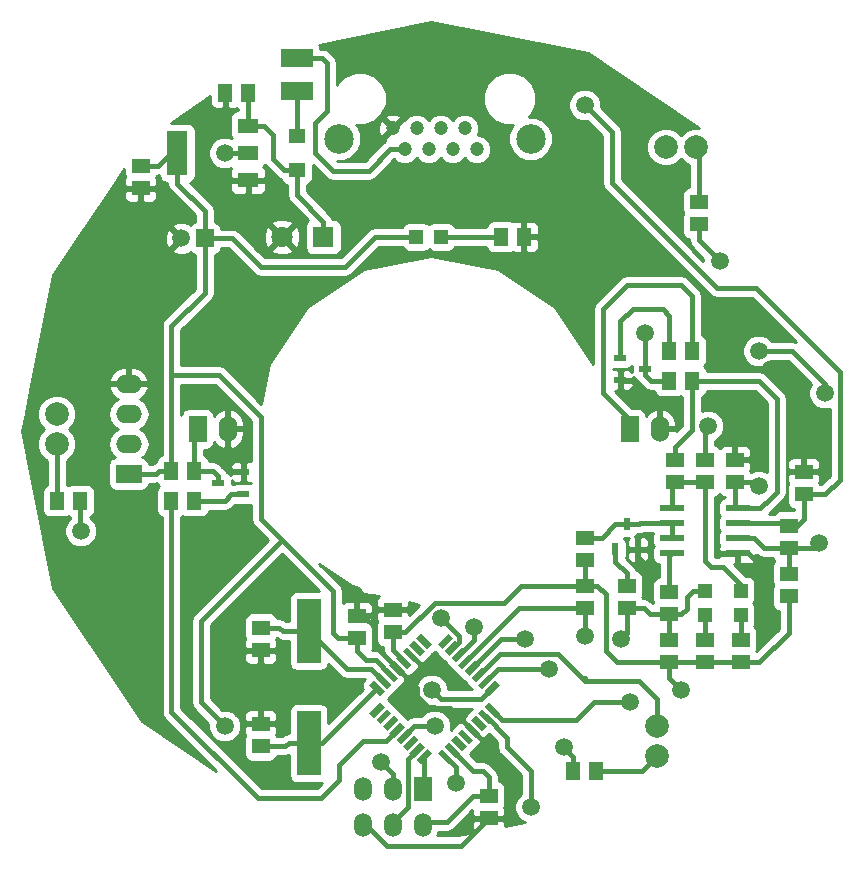
<source format=gtl>
G04 #@! TF.FileFunction,Copper,L1,Top,Signal*
%FSLAX46Y46*%
G04 Gerber Fmt 4.6, Leading zero omitted, Abs format (unit mm)*
G04 Created by KiCad (PCBNEW 4.0.6) date 01/31/18 09:47:40*
%MOMM*%
%LPD*%
G01*
G04 APERTURE LIST*
%ADD10C,0.100000*%
%ADD11R,1.399540X1.300480*%
%ADD12R,1.498600X1.300480*%
%ADD13R,1.800000X1.800000*%
%ADD14C,1.800000*%
%ADD15R,1.300480X1.498600*%
%ADD16C,1.998980*%
%ADD17R,1.198880X1.198880*%
%ADD18R,2.692400X1.600200*%
%ADD19R,1.524000X1.998980*%
%ADD20O,1.524000X1.998980*%
%ADD21R,1.524000X2.199640*%
%ADD22O,1.524000X2.199640*%
%ADD23R,1.800860X1.300480*%
%ADD24R,1.800860X3.799840*%
%ADD25R,1.998980X0.599440*%
%ADD26R,1.998980X5.499100*%
%ADD27R,1.500000X1.500000*%
%ADD28C,1.500000*%
%ADD29R,1.000760X0.599440*%
%ADD30R,0.599440X1.000760*%
%ADD31C,1.198880*%
%ADD32C,2.499360*%
%ADD33R,2.199640X1.524000*%
%ADD34O,2.199640X1.524000*%
%ADD35C,0.400000*%
%ADD36C,0.254000*%
G04 APERTURE END LIST*
D10*
D11*
X38608000Y-27866340D03*
X38608000Y-24965660D03*
D12*
X43688000Y-67500500D03*
X43688000Y-65595500D03*
X35560000Y-76644500D03*
X35560000Y-74739500D03*
X54864000Y-80835500D03*
X54864000Y-82740500D03*
X46736000Y-66992500D03*
X46736000Y-65087500D03*
X35560000Y-66611500D03*
X35560000Y-68516500D03*
D13*
X40866000Y-33528000D03*
D14*
X37366000Y-33528000D03*
D15*
X34480500Y-21336000D03*
X32575500Y-21336000D03*
D12*
X25400000Y-27495500D03*
X25400000Y-29400500D03*
X75692000Y-54292500D03*
X75692000Y-52387500D03*
D16*
X72390000Y-25908000D03*
X69850000Y-25908000D03*
X18288000Y-51054000D03*
X18288000Y-48514000D03*
D17*
X73152000Y-63466980D03*
X73152000Y-65565020D03*
X76200000Y-63466980D03*
X76200000Y-65565020D03*
D18*
X38608000Y-21209000D03*
X38608000Y-18415000D03*
D19*
X49276000Y-80269080D03*
D20*
X49276000Y-83306920D03*
X46736000Y-80269080D03*
X46736000Y-83306920D03*
X44196000Y-80269080D03*
X44196000Y-83306920D03*
D21*
X66802000Y-49784000D03*
D22*
X69342000Y-49784000D03*
D21*
X30226000Y-49784000D03*
D22*
X32766000Y-49784000D03*
D12*
X62992000Y-63055500D03*
X62992000Y-64960500D03*
X72644000Y-30543500D03*
X72644000Y-32448500D03*
D15*
X18351500Y-55880000D03*
X20256500Y-55880000D03*
D12*
X66548000Y-64960500D03*
X66548000Y-63055500D03*
D15*
X29908500Y-55880000D03*
X28003500Y-55880000D03*
D12*
X62992000Y-60896500D03*
X62992000Y-58991500D03*
X76200000Y-67627500D03*
X76200000Y-69532500D03*
D15*
X28003500Y-53340000D03*
X29908500Y-53340000D03*
D12*
X73152000Y-69532500D03*
X73152000Y-67627500D03*
X73152000Y-54292500D03*
X73152000Y-52387500D03*
X70104000Y-63563500D03*
X70104000Y-65468500D03*
D15*
X72072500Y-45720000D03*
X70167500Y-45720000D03*
X70167500Y-43180000D03*
X72072500Y-43180000D03*
D12*
X70612000Y-52387500D03*
X70612000Y-54292500D03*
X80264000Y-62039500D03*
X80264000Y-63944500D03*
X81534000Y-53403500D03*
X81534000Y-55308500D03*
X80264000Y-57975500D03*
X80264000Y-59880500D03*
D10*
G36*
X47410235Y-68808532D02*
X48329814Y-69728111D01*
X47940071Y-70117854D01*
X47020492Y-69198275D01*
X47410235Y-68808532D01*
X47410235Y-68808532D01*
G37*
G36*
X46846275Y-69372492D02*
X47765854Y-70292071D01*
X47376111Y-70681814D01*
X46456532Y-69762235D01*
X46846275Y-69372492D01*
X46846275Y-69372492D01*
G37*
G36*
X46280519Y-69938249D02*
X47200098Y-70857828D01*
X46810355Y-71247571D01*
X45890776Y-70327992D01*
X46280519Y-69938249D01*
X46280519Y-69938249D01*
G37*
G36*
X45714763Y-70504005D02*
X46634342Y-71423584D01*
X46244599Y-71813327D01*
X45325020Y-70893748D01*
X45714763Y-70504005D01*
X45714763Y-70504005D01*
G37*
G36*
X45149007Y-71069761D02*
X46068586Y-71989340D01*
X45678843Y-72379083D01*
X44759264Y-71459504D01*
X45149007Y-71069761D01*
X45149007Y-71069761D01*
G37*
G36*
X49107504Y-67111264D02*
X50027083Y-68030843D01*
X49637340Y-68420586D01*
X48717761Y-67501007D01*
X49107504Y-67111264D01*
X49107504Y-67111264D01*
G37*
G36*
X48541748Y-67677020D02*
X49461327Y-68596599D01*
X49071584Y-68986342D01*
X48152005Y-68066763D01*
X48541748Y-67677020D01*
X48541748Y-67677020D01*
G37*
G36*
X47975992Y-68242776D02*
X48895571Y-69162355D01*
X48505828Y-69552098D01*
X47586249Y-68632519D01*
X47975992Y-68242776D01*
X47975992Y-68242776D01*
G37*
G36*
X45678843Y-72908917D02*
X46068586Y-73298660D01*
X45149007Y-74218239D01*
X44759264Y-73828496D01*
X45678843Y-72908917D01*
X45678843Y-72908917D01*
G37*
G36*
X46244599Y-73474673D02*
X46634342Y-73864416D01*
X45714763Y-74783995D01*
X45325020Y-74394252D01*
X46244599Y-73474673D01*
X46244599Y-73474673D01*
G37*
G36*
X46810355Y-74040429D02*
X47200098Y-74430172D01*
X46280519Y-75349751D01*
X45890776Y-74960008D01*
X46810355Y-74040429D01*
X46810355Y-74040429D01*
G37*
G36*
X47376111Y-74606186D02*
X47765854Y-74995929D01*
X46846275Y-75915508D01*
X46456532Y-75525765D01*
X47376111Y-74606186D01*
X47376111Y-74606186D01*
G37*
G36*
X47940071Y-75170146D02*
X48329814Y-75559889D01*
X47410235Y-76479468D01*
X47020492Y-76089725D01*
X47940071Y-75170146D01*
X47940071Y-75170146D01*
G37*
G36*
X48505828Y-75735902D02*
X48895571Y-76125645D01*
X47975992Y-77045224D01*
X47586249Y-76655481D01*
X48505828Y-75735902D01*
X48505828Y-75735902D01*
G37*
G36*
X49071584Y-76301658D02*
X49461327Y-76691401D01*
X48541748Y-77610980D01*
X48152005Y-77221237D01*
X49071584Y-76301658D01*
X49071584Y-76301658D01*
G37*
G36*
X49637340Y-76867414D02*
X50027083Y-77257157D01*
X49107504Y-78176736D01*
X48717761Y-77786993D01*
X49637340Y-76867414D01*
X49637340Y-76867414D01*
G37*
G36*
X50946660Y-76867414D02*
X51866239Y-77786993D01*
X51476496Y-78176736D01*
X50556917Y-77257157D01*
X50946660Y-76867414D01*
X50946660Y-76867414D01*
G37*
G36*
X51512416Y-76301658D02*
X52431995Y-77221237D01*
X52042252Y-77610980D01*
X51122673Y-76691401D01*
X51512416Y-76301658D01*
X51512416Y-76301658D01*
G37*
G36*
X52078172Y-75735902D02*
X52997751Y-76655481D01*
X52608008Y-77045224D01*
X51688429Y-76125645D01*
X52078172Y-75735902D01*
X52078172Y-75735902D01*
G37*
G36*
X52643929Y-75170146D02*
X53563508Y-76089725D01*
X53173765Y-76479468D01*
X52254186Y-75559889D01*
X52643929Y-75170146D01*
X52643929Y-75170146D01*
G37*
G36*
X53207889Y-74606186D02*
X54127468Y-75525765D01*
X53737725Y-75915508D01*
X52818146Y-74995929D01*
X53207889Y-74606186D01*
X53207889Y-74606186D01*
G37*
G36*
X53773645Y-74040429D02*
X54693224Y-74960008D01*
X54303481Y-75349751D01*
X53383902Y-74430172D01*
X53773645Y-74040429D01*
X53773645Y-74040429D01*
G37*
G36*
X54339401Y-73474673D02*
X55258980Y-74394252D01*
X54869237Y-74783995D01*
X53949658Y-73864416D01*
X54339401Y-73474673D01*
X54339401Y-73474673D01*
G37*
G36*
X54905157Y-72908917D02*
X55824736Y-73828496D01*
X55434993Y-74218239D01*
X54515414Y-73298660D01*
X54905157Y-72908917D01*
X54905157Y-72908917D01*
G37*
G36*
X55434993Y-71069761D02*
X55824736Y-71459504D01*
X54905157Y-72379083D01*
X54515414Y-71989340D01*
X55434993Y-71069761D01*
X55434993Y-71069761D01*
G37*
G36*
X54869237Y-70504005D02*
X55258980Y-70893748D01*
X54339401Y-71813327D01*
X53949658Y-71423584D01*
X54869237Y-70504005D01*
X54869237Y-70504005D01*
G37*
G36*
X54303481Y-69938249D02*
X54693224Y-70327992D01*
X53773645Y-71247571D01*
X53383902Y-70857828D01*
X54303481Y-69938249D01*
X54303481Y-69938249D01*
G37*
G36*
X53737725Y-69372492D02*
X54127468Y-69762235D01*
X53207889Y-70681814D01*
X52818146Y-70292071D01*
X53737725Y-69372492D01*
X53737725Y-69372492D01*
G37*
G36*
X53173765Y-68808532D02*
X53563508Y-69198275D01*
X52643929Y-70117854D01*
X52254186Y-69728111D01*
X53173765Y-68808532D01*
X53173765Y-68808532D01*
G37*
G36*
X52608008Y-68242776D02*
X52997751Y-68632519D01*
X52078172Y-69552098D01*
X51688429Y-69162355D01*
X52608008Y-68242776D01*
X52608008Y-68242776D01*
G37*
G36*
X52042252Y-67677020D02*
X52431995Y-68066763D01*
X51512416Y-68986342D01*
X51122673Y-68596599D01*
X52042252Y-67677020D01*
X52042252Y-67677020D01*
G37*
G36*
X51476496Y-67111264D02*
X51866239Y-67501007D01*
X50946660Y-68420586D01*
X50556917Y-68030843D01*
X51476496Y-67111264D01*
X51476496Y-67111264D01*
G37*
D23*
X34495740Y-28717240D03*
X34495740Y-26416000D03*
X34495740Y-24114760D03*
D24*
X28496260Y-26416000D03*
D25*
X70358000Y-56515000D03*
X70358000Y-57785000D03*
X70358000Y-59055000D03*
X70358000Y-60325000D03*
X75946000Y-60325000D03*
X75946000Y-59055000D03*
X75946000Y-57785000D03*
X75946000Y-56515000D03*
D26*
X39624000Y-76377800D03*
X39624000Y-66878200D03*
D27*
X30845000Y-33655000D03*
D28*
X28845000Y-33655000D03*
D16*
X69088000Y-77470000D03*
X69088000Y-74930000D03*
D15*
X63944500Y-78740000D03*
X62039500Y-78740000D03*
D29*
X34076640Y-55308500D03*
X31963360Y-54356000D03*
X34076640Y-53403500D03*
X65999360Y-43751500D03*
X68112640Y-44704000D03*
X65999360Y-45656500D03*
D30*
X65595500Y-59984640D03*
X66548000Y-57871360D03*
X67500500Y-59984640D03*
D12*
X70104000Y-67627500D03*
X70104000Y-69532500D03*
D17*
X50833020Y-33528000D03*
X48734980Y-33528000D03*
D31*
X48770540Y-24328120D03*
X46741080Y-24328120D03*
X47754540Y-26108660D03*
X49784000Y-26108660D03*
X50800000Y-24328120D03*
X51813460Y-26108660D03*
X52829460Y-24328120D03*
X53842920Y-26108660D03*
D32*
X58412380Y-25217120D03*
X42171620Y-25217120D03*
D15*
X57848500Y-33528000D03*
X55943500Y-33528000D03*
D33*
X24384000Y-53594000D03*
D34*
X24384000Y-51054000D03*
X24384000Y-48514000D03*
X24384000Y-45974000D03*
D28*
X32512000Y-74930000D03*
X71120000Y-71882000D03*
X77724000Y-54610000D03*
X32512000Y-26416000D03*
X78740000Y-44704000D03*
X78232000Y-61722000D03*
X68580000Y-61722000D03*
X33020000Y-68580000D03*
X43434000Y-63754000D03*
X77724000Y-52578000D03*
X81534000Y-51054000D03*
X60706000Y-33528000D03*
X58420000Y-81788000D03*
X50038000Y-71882000D03*
X50800000Y-65786000D03*
X66040000Y-67564000D03*
X52070000Y-79756000D03*
X45720000Y-77978000D03*
X62992000Y-67310000D03*
X77724000Y-43180000D03*
X83312000Y-46736000D03*
X82804000Y-59436000D03*
X62992000Y-22352000D03*
X50292000Y-74930000D03*
X68072000Y-41656000D03*
X74422000Y-35560000D03*
X66802000Y-72898000D03*
X20320000Y-58420000D03*
X59944000Y-70104000D03*
X53594000Y-66548000D03*
X73406000Y-49530000D03*
X61214000Y-76708000D03*
X57912000Y-67564000D03*
D35*
X28003500Y-53340000D02*
X26924000Y-53340000D01*
X26670000Y-53594000D02*
X24384000Y-53594000D01*
X26924000Y-53340000D02*
X26670000Y-53594000D01*
X62992000Y-63055500D02*
X57594500Y-63055500D01*
X47815500Y-66992500D02*
X46736000Y-66992500D01*
X50292000Y-64516000D02*
X47815500Y-66992500D01*
X56134000Y-64516000D02*
X50292000Y-64516000D01*
X57594500Y-63055500D02*
X56134000Y-64516000D01*
X30480000Y-66040000D02*
X37338000Y-59182000D01*
X30480000Y-72898000D02*
X30480000Y-66040000D01*
X32512000Y-74930000D02*
X30480000Y-72898000D01*
X75692000Y-54292500D02*
X77406500Y-54292500D01*
X70104000Y-70866000D02*
X70104000Y-69532500D01*
X71120000Y-71882000D02*
X70104000Y-70866000D01*
X77406500Y-54292500D02*
X77724000Y-54610000D01*
X62992000Y-63055500D02*
X64071500Y-63055500D01*
X64071500Y-63055500D02*
X64770000Y-63754000D01*
X64770000Y-63754000D02*
X64770000Y-68580000D01*
X64770000Y-68580000D02*
X65722500Y-69532500D01*
X65722500Y-69532500D02*
X70104000Y-69532500D01*
X49276000Y-83058000D02*
X51308000Y-83058000D01*
X53530500Y-80835500D02*
X54864000Y-80835500D01*
X51308000Y-83058000D02*
X53530500Y-80835500D01*
X34495740Y-26416000D02*
X32512000Y-26416000D01*
X75946000Y-56515000D02*
X77851000Y-56515000D01*
X77851000Y-56515000D02*
X78740000Y-55626000D01*
X77724000Y-45720000D02*
X72072500Y-45720000D01*
X78740000Y-55626000D02*
X79248000Y-55118000D01*
X79248000Y-49276000D02*
X79248000Y-47244000D01*
X79248000Y-55118000D02*
X79248000Y-49276000D01*
X79248000Y-47244000D02*
X77724000Y-45720000D01*
X70104000Y-69532500D02*
X73152000Y-69532500D01*
X76200000Y-69532500D02*
X73152000Y-69532500D01*
X80264000Y-63944500D02*
X80264000Y-66040000D01*
X80264000Y-66040000D02*
X80264000Y-67056000D01*
X80264000Y-67056000D02*
X77787500Y-69532500D01*
X77787500Y-69532500D02*
X76200000Y-69532500D01*
X62992000Y-60896500D02*
X62992000Y-63055500D01*
X30845000Y-33655000D02*
X33147000Y-33655000D01*
X45212000Y-33528000D02*
X48734980Y-33528000D01*
X42672000Y-36068000D02*
X45212000Y-33528000D01*
X35560000Y-36068000D02*
X42672000Y-36068000D01*
X33147000Y-33655000D02*
X35560000Y-36068000D01*
X75692000Y-54292500D02*
X75692000Y-56261000D01*
X75692000Y-56261000D02*
X75946000Y-56515000D01*
X72072500Y-45720000D02*
X72072500Y-49847500D01*
X70612000Y-51308000D02*
X70612000Y-52387500D01*
X72072500Y-49847500D02*
X70612000Y-51308000D01*
X51777334Y-76956319D02*
X53561015Y-78740000D01*
X54864000Y-79248000D02*
X54864000Y-80835500D01*
X54356000Y-78740000D02*
X54864000Y-79248000D01*
X53561015Y-78740000D02*
X54356000Y-78740000D01*
X43688000Y-67500500D02*
X42100500Y-67500500D01*
X42100500Y-67500500D02*
X41656000Y-67056000D01*
X41656000Y-67056000D02*
X41656000Y-63500000D01*
X41656000Y-63500000D02*
X37338000Y-59182000D01*
X32004000Y-45212000D02*
X28003500Y-45212000D01*
X37338000Y-59182000D02*
X35560000Y-57404000D01*
X35560000Y-57404000D02*
X35560000Y-48768000D01*
X35560000Y-48768000D02*
X32004000Y-45212000D01*
X47675153Y-69463193D02*
X46736000Y-68524040D01*
X46736000Y-68524040D02*
X46736000Y-66992500D01*
X46545437Y-70592910D02*
X45294527Y-69342000D01*
X43688000Y-68580000D02*
X43688000Y-67500500D01*
X44450000Y-69342000D02*
X43688000Y-68580000D01*
X45294527Y-69342000D02*
X44450000Y-69342000D01*
X30845000Y-33655000D02*
X30845000Y-38243000D01*
X30845000Y-38243000D02*
X28003500Y-41084500D01*
X28003500Y-41084500D02*
X28003500Y-45212000D01*
X28003500Y-45212000D02*
X28003500Y-53340000D01*
X28496260Y-26416000D02*
X27940000Y-26416000D01*
X27940000Y-26416000D02*
X26860500Y-27495500D01*
X26860500Y-27495500D02*
X25400000Y-27495500D01*
X30845000Y-33655000D02*
X30845000Y-31353000D01*
X28496260Y-29004260D02*
X28496260Y-26416000D01*
X30845000Y-31353000D02*
X28496260Y-29004260D01*
X48232020Y-71147980D02*
X49022000Y-70358000D01*
X49022000Y-69678527D02*
X48240910Y-68897437D01*
X49022000Y-70358000D02*
X49022000Y-69678527D01*
X47111193Y-70027153D02*
X48232020Y-71147980D01*
X48232020Y-71147980D02*
X48768000Y-71683960D01*
X51617960Y-73406000D02*
X53472807Y-75260847D01*
X49784000Y-73406000D02*
X51617960Y-73406000D01*
X48768000Y-72390000D02*
X49784000Y-73406000D01*
X48768000Y-71683960D02*
X48768000Y-72390000D01*
X81534000Y-51054000D02*
X81534000Y-46990000D01*
X79248000Y-44704000D02*
X78740000Y-44704000D01*
X81534000Y-46990000D02*
X79248000Y-44704000D01*
X75946000Y-60325000D02*
X76835000Y-60325000D01*
X76835000Y-60325000D02*
X78232000Y-61722000D01*
X67500500Y-60642500D02*
X67500500Y-59984640D01*
X67500500Y-60642500D02*
X68580000Y-61722000D01*
X54864000Y-82740500D02*
X52514500Y-85090000D01*
X46228000Y-85090000D02*
X44196000Y-83058000D01*
X52514500Y-85090000D02*
X46228000Y-85090000D01*
X43688000Y-65595500D02*
X43688000Y-64008000D01*
X33083500Y-68516500D02*
X35560000Y-68516500D01*
X33020000Y-68580000D02*
X33083500Y-68516500D01*
X43688000Y-64008000D02*
X43434000Y-63754000D01*
X77533500Y-52387500D02*
X77724000Y-52578000D01*
X75692000Y-52387500D02*
X77533500Y-52387500D01*
X81534000Y-53403500D02*
X81534000Y-51054000D01*
X60706000Y-33528000D02*
X57848500Y-33528000D01*
X53472807Y-75260847D02*
X56896000Y-78684040D01*
X56896000Y-78684040D02*
X56896000Y-82296000D01*
X56896000Y-82296000D02*
X56451500Y-82740500D01*
X56451500Y-82740500D02*
X54864000Y-82740500D01*
X47111193Y-70027153D02*
X45212000Y-68127960D01*
X45212000Y-66548000D02*
X44259500Y-65595500D01*
X45212000Y-68127960D02*
X45212000Y-66548000D01*
X44259500Y-65595500D02*
X43688000Y-65595500D01*
X40760547Y-76377800D02*
X39624000Y-76377800D01*
X39624000Y-76377800D02*
X37922200Y-76377800D01*
X37655500Y-76644500D02*
X35560000Y-76644500D01*
X37922200Y-76377800D02*
X37655500Y-76644500D01*
X45979681Y-71158666D02*
X44925015Y-70104000D01*
X44925015Y-70104000D02*
X43180000Y-70104000D01*
X43180000Y-70104000D02*
X42849800Y-70104000D01*
X45413925Y-71724422D02*
X40760547Y-76377800D01*
X42849800Y-70104000D02*
X39624000Y-66878200D01*
X39624000Y-66878200D02*
X37414200Y-66878200D01*
X37147500Y-66611500D02*
X35560000Y-66611500D01*
X37414200Y-66878200D02*
X37147500Y-66611500D01*
X34480500Y-21336000D02*
X34480500Y-24099520D01*
X34480500Y-24099520D02*
X34495740Y-24114760D01*
X34495740Y-21828760D02*
X34544000Y-21780500D01*
X38608000Y-27866340D02*
X37518340Y-27866340D01*
X35798760Y-24114760D02*
X34495740Y-24114760D01*
X36576000Y-24892000D02*
X35798760Y-24114760D01*
X36576000Y-26924000D02*
X36576000Y-24892000D01*
X37518340Y-27866340D02*
X36576000Y-26924000D01*
X38608000Y-27866340D02*
X38608000Y-29972000D01*
X40866000Y-32230000D02*
X40866000Y-33528000D01*
X38608000Y-29972000D02*
X40866000Y-32230000D01*
X38608000Y-21209000D02*
X38608000Y-24965660D01*
X72390000Y-25908000D02*
X72644000Y-26162000D01*
X72644000Y-26162000D02*
X72644000Y-30543500D01*
X54604319Y-74129334D02*
X56388000Y-75913015D01*
X58420000Y-78740000D02*
X58420000Y-81788000D01*
X56388000Y-76708000D02*
X58420000Y-78740000D01*
X56388000Y-75913015D02*
X56388000Y-76708000D01*
X18288000Y-51054000D02*
X18288000Y-55816500D01*
X18288000Y-55816500D02*
X18351500Y-55880000D01*
X55170075Y-71724422D02*
X54250497Y-72644000D01*
X50800000Y-72644000D02*
X50038000Y-71882000D01*
X54250497Y-72644000D02*
X50800000Y-72644000D01*
X52324000Y-67310000D02*
X52324000Y-67785015D01*
X50800000Y-65786000D02*
X52324000Y-67310000D01*
X51777334Y-68331681D02*
X52324000Y-67785015D01*
X66548000Y-67056000D02*
X66040000Y-67564000D01*
X66548000Y-64960500D02*
X66548000Y-67056000D01*
X73152000Y-63466980D02*
X72169020Y-63466980D01*
X71183500Y-65468500D02*
X70104000Y-65468500D01*
X71628000Y-65024000D02*
X71183500Y-65468500D01*
X71628000Y-64008000D02*
X71628000Y-65024000D01*
X72169020Y-63466980D02*
X71628000Y-64008000D01*
X70104000Y-65468500D02*
X68516500Y-65468500D01*
X68008500Y-64960500D02*
X66548000Y-64960500D01*
X68516500Y-65468500D02*
X68008500Y-64960500D01*
X70104000Y-67627500D02*
X70104000Y-65468500D01*
X73152000Y-67627500D02*
X73152000Y-65565020D01*
X76200000Y-63466980D02*
X76200000Y-62992000D01*
X76200000Y-62992000D02*
X74676000Y-61468000D01*
X74676000Y-61468000D02*
X73660000Y-61468000D01*
X73660000Y-61468000D02*
X73152000Y-60960000D01*
X73152000Y-60960000D02*
X73152000Y-54292500D01*
X73152000Y-54292500D02*
X70612000Y-54292500D01*
X70358000Y-56515000D02*
X70358000Y-54546500D01*
X70358000Y-54546500D02*
X70612000Y-54292500D01*
X76200000Y-67627500D02*
X76200000Y-65565020D01*
X49276000Y-80518000D02*
X49372422Y-80421578D01*
X49372422Y-80421578D02*
X49372422Y-77522075D01*
X46736000Y-80518000D02*
X46736000Y-78994000D01*
X52070000Y-78380497D02*
X51211578Y-77522075D01*
X52070000Y-79756000D02*
X52070000Y-78380497D01*
X46736000Y-78994000D02*
X45720000Y-77978000D01*
X46736000Y-83058000D02*
X48006000Y-81788000D01*
X48006000Y-77756985D02*
X48806666Y-76956319D01*
X48006000Y-81788000D02*
X48006000Y-77756985D01*
X52908847Y-69463193D02*
X57411540Y-64960500D01*
X57411540Y-64960500D02*
X62992000Y-64960500D01*
X62992000Y-67310000D02*
X62992000Y-64960500D01*
X80518000Y-43180000D02*
X77724000Y-43180000D01*
X83312000Y-45974000D02*
X80518000Y-43180000D01*
X80264000Y-59880500D02*
X82359500Y-59880500D01*
X82804000Y-59436000D02*
X82359500Y-59880500D01*
X83312000Y-46736000D02*
X83312000Y-45974000D01*
X75946000Y-59055000D02*
X77343000Y-59055000D01*
X78168500Y-59880500D02*
X80264000Y-59880500D01*
X77343000Y-59055000D02*
X78168500Y-59880500D01*
X80264000Y-62039500D02*
X80264000Y-59880500D01*
X83375500Y-55308500D02*
X81534000Y-55308500D01*
X84582000Y-54102000D02*
X83375500Y-55308500D01*
X84582000Y-44958000D02*
X84582000Y-54102000D01*
X77470000Y-37846000D02*
X84582000Y-44958000D01*
X74168000Y-37846000D02*
X77470000Y-37846000D01*
X65278000Y-28956000D02*
X74168000Y-37846000D01*
X65278000Y-24638000D02*
X65278000Y-28956000D01*
X62992000Y-22352000D02*
X65278000Y-24638000D01*
X81534000Y-55308500D02*
X81534000Y-57404000D01*
X81534000Y-57404000D02*
X80962500Y-57975500D01*
X80962500Y-57975500D02*
X80264000Y-57975500D01*
X75946000Y-57785000D02*
X80073500Y-57785000D01*
X80073500Y-57785000D02*
X80264000Y-57975500D01*
X66802000Y-49784000D02*
X66802000Y-49022000D01*
X66802000Y-49022000D02*
X64516000Y-46736000D01*
X64516000Y-46736000D02*
X64516000Y-39624000D01*
X64516000Y-39624000D02*
X66548000Y-37592000D01*
X66548000Y-37592000D02*
X71120000Y-37592000D01*
X71120000Y-37592000D02*
X72072500Y-38544500D01*
X72072500Y-38544500D02*
X72072500Y-43180000D01*
X31963360Y-54356000D02*
X31963360Y-53807360D01*
X31496000Y-53340000D02*
X29908500Y-53340000D01*
X31963360Y-53807360D02*
X31496000Y-53340000D01*
X30226000Y-49784000D02*
X29908500Y-50101500D01*
X29908500Y-50101500D02*
X29908500Y-53340000D01*
X66548000Y-57871360D02*
X65572640Y-57871360D01*
X64452500Y-58991500D02*
X62992000Y-58991500D01*
X65572640Y-57871360D02*
X64452500Y-58991500D01*
X70358000Y-57785000D02*
X67691000Y-57785000D01*
X67604640Y-57871360D02*
X66548000Y-57871360D01*
X67691000Y-57785000D02*
X67604640Y-57871360D01*
X70358000Y-59055000D02*
X70358000Y-57785000D01*
X34076640Y-55308500D02*
X33083500Y-55308500D01*
X32512000Y-55880000D02*
X29908500Y-55880000D01*
X33083500Y-55308500D02*
X32512000Y-55880000D01*
X65999360Y-43751500D02*
X65999360Y-40680640D01*
X70167500Y-40195500D02*
X70167500Y-43180000D01*
X69596000Y-39624000D02*
X70167500Y-40195500D01*
X67056000Y-39624000D02*
X69596000Y-39624000D01*
X65999360Y-40680640D02*
X67056000Y-39624000D01*
X48569960Y-74930000D02*
X50292000Y-74930000D01*
X47675153Y-75824807D02*
X48569960Y-74930000D01*
X68112640Y-41696640D02*
X68112640Y-44704000D01*
X68072000Y-41656000D02*
X68112640Y-41696640D01*
X70167500Y-45720000D02*
X68580000Y-45720000D01*
X68112640Y-45252640D02*
X68112640Y-44704000D01*
X68580000Y-45720000D02*
X68112640Y-45252640D01*
X72644000Y-32448500D02*
X72644000Y-33782000D01*
X72644000Y-33782000D02*
X74422000Y-35560000D01*
X56028497Y-74422000D02*
X55170075Y-73563578D01*
X62230000Y-74422000D02*
X56028497Y-74422000D01*
X63754000Y-72898000D02*
X62230000Y-74422000D01*
X66802000Y-72898000D02*
X63754000Y-72898000D01*
X54604319Y-71158666D02*
X55658985Y-70104000D01*
X20256500Y-58356500D02*
X20256500Y-55880000D01*
X20320000Y-58420000D02*
X20256500Y-58356500D01*
X55658985Y-70104000D02*
X59944000Y-70104000D01*
X47111193Y-75260847D02*
X46172040Y-76200000D01*
X28003500Y-73723500D02*
X28003500Y-55880000D01*
X35306000Y-81026000D02*
X28003500Y-73723500D01*
X40640000Y-81026000D02*
X35306000Y-81026000D01*
X42164000Y-79502000D02*
X40640000Y-81026000D01*
X42164000Y-78232000D02*
X42164000Y-79502000D01*
X44196000Y-76200000D02*
X42164000Y-78232000D01*
X46172040Y-76200000D02*
X44196000Y-76200000D01*
X53594000Y-67646527D02*
X53594000Y-66548000D01*
X52343090Y-68897437D02*
X53594000Y-67646527D01*
X73152000Y-52387500D02*
X73152000Y-49784000D01*
X73152000Y-49784000D02*
X73406000Y-49530000D01*
X69088000Y-77470000D02*
X67818000Y-78740000D01*
X67818000Y-78740000D02*
X63944500Y-78740000D01*
X69088000Y-74930000D02*
X69088000Y-72644000D01*
X67564000Y-71120000D02*
X62992000Y-71120000D01*
X69088000Y-72644000D02*
X67564000Y-71120000D01*
X62992000Y-71120000D02*
X62992000Y-70866000D01*
X62992000Y-70866000D02*
X62992000Y-71120000D01*
X62992000Y-71120000D02*
X60706000Y-68834000D01*
X55797473Y-68834000D02*
X54038563Y-70592910D01*
X60706000Y-68834000D02*
X55797473Y-68834000D01*
X62039500Y-78740000D02*
X62039500Y-77533500D01*
X62039500Y-77533500D02*
X61214000Y-76708000D01*
X53472807Y-70027153D02*
X55935960Y-67564000D01*
X55935960Y-67564000D02*
X57912000Y-67564000D01*
X53472807Y-69971193D02*
X53472807Y-70027153D01*
X65595500Y-59984640D02*
X65595500Y-61023500D01*
X66548000Y-61976000D02*
X66548000Y-63055500D01*
X65595500Y-61023500D02*
X66548000Y-61976000D01*
X70104000Y-63563500D02*
X70104000Y-60579000D01*
X70104000Y-60579000D02*
X70358000Y-60325000D01*
X55943500Y-33528000D02*
X50833020Y-33528000D01*
X47754540Y-26108660D02*
X46535340Y-26108660D01*
X40767000Y-18415000D02*
X38608000Y-18415000D01*
X41148000Y-18796000D02*
X40767000Y-18415000D01*
X41148000Y-22860000D02*
X41148000Y-18796000D01*
X40132000Y-23876000D02*
X41148000Y-22860000D01*
X40132000Y-26416000D02*
X40132000Y-23876000D01*
X41656000Y-27940000D02*
X40132000Y-26416000D01*
X44704000Y-27940000D02*
X41656000Y-27940000D01*
X46535340Y-26108660D02*
X44704000Y-27940000D01*
D36*
G36*
X55553000Y-76258883D02*
X55553000Y-76708000D01*
X55616561Y-77027541D01*
X55775962Y-77266101D01*
X55797566Y-77298434D01*
X57585000Y-79085868D01*
X57585000Y-80664564D01*
X57246539Y-81002436D01*
X57035241Y-81511298D01*
X57034760Y-82062285D01*
X57245169Y-82571515D01*
X57634436Y-82961461D01*
X57903580Y-83073219D01*
X56248300Y-83402475D01*
X56248300Y-83026250D01*
X56089550Y-82867500D01*
X54991000Y-82867500D01*
X54991000Y-82887500D01*
X54737000Y-82887500D01*
X54737000Y-82867500D01*
X53638450Y-82867500D01*
X53479700Y-83026250D01*
X53479700Y-83517049D01*
X53576373Y-83750438D01*
X53729441Y-83903507D01*
X52233842Y-84201000D01*
X50506551Y-84201000D01*
X50566660Y-84111041D01*
X50610031Y-83893000D01*
X51308000Y-83893000D01*
X51627541Y-83829439D01*
X51898434Y-83648434D01*
X53479700Y-82067168D01*
X53479700Y-82454750D01*
X53638450Y-82613500D01*
X54737000Y-82613500D01*
X54737000Y-82593500D01*
X54991000Y-82593500D01*
X54991000Y-82613500D01*
X56089550Y-82613500D01*
X56248300Y-82454750D01*
X56248300Y-81963951D01*
X56175379Y-81787905D01*
X56209731Y-81737630D01*
X56260740Y-81485740D01*
X56260740Y-80185260D01*
X56216462Y-79949943D01*
X56077390Y-79733819D01*
X55865190Y-79588829D01*
X55699000Y-79555175D01*
X55699000Y-79248000D01*
X55635439Y-78928459D01*
X55488740Y-78708908D01*
X55454434Y-78657565D01*
X54946434Y-78149566D01*
X54837120Y-78076525D01*
X54675541Y-77968561D01*
X54356000Y-77905000D01*
X53906883Y-77905000D01*
X53285367Y-77283484D01*
X53455560Y-77113290D01*
X53529629Y-77004887D01*
X53631574Y-76937277D01*
X54021317Y-76547534D01*
X54080570Y-76460815D01*
X54097423Y-76453834D01*
X54179553Y-76371705D01*
X54179553Y-76243109D01*
X54210886Y-76098669D01*
X54187407Y-75973890D01*
X54294537Y-75997129D01*
X54451509Y-75967593D01*
X54583665Y-75967593D01*
X54665794Y-75885463D01*
X54674115Y-75865374D01*
X54761290Y-75807560D01*
X54931484Y-75637367D01*
X55553000Y-76258883D01*
X55553000Y-76258883D01*
G37*
X55553000Y-76258883D02*
X55553000Y-76708000D01*
X55616561Y-77027541D01*
X55775962Y-77266101D01*
X55797566Y-77298434D01*
X57585000Y-79085868D01*
X57585000Y-80664564D01*
X57246539Y-81002436D01*
X57035241Y-81511298D01*
X57034760Y-82062285D01*
X57245169Y-82571515D01*
X57634436Y-82961461D01*
X57903580Y-83073219D01*
X56248300Y-83402475D01*
X56248300Y-83026250D01*
X56089550Y-82867500D01*
X54991000Y-82867500D01*
X54991000Y-82887500D01*
X54737000Y-82887500D01*
X54737000Y-82867500D01*
X53638450Y-82867500D01*
X53479700Y-83026250D01*
X53479700Y-83517049D01*
X53576373Y-83750438D01*
X53729441Y-83903507D01*
X52233842Y-84201000D01*
X50506551Y-84201000D01*
X50566660Y-84111041D01*
X50610031Y-83893000D01*
X51308000Y-83893000D01*
X51627541Y-83829439D01*
X51898434Y-83648434D01*
X53479700Y-82067168D01*
X53479700Y-82454750D01*
X53638450Y-82613500D01*
X54737000Y-82613500D01*
X54737000Y-82593500D01*
X54991000Y-82593500D01*
X54991000Y-82613500D01*
X56089550Y-82613500D01*
X56248300Y-82454750D01*
X56248300Y-81963951D01*
X56175379Y-81787905D01*
X56209731Y-81737630D01*
X56260740Y-81485740D01*
X56260740Y-80185260D01*
X56216462Y-79949943D01*
X56077390Y-79733819D01*
X55865190Y-79588829D01*
X55699000Y-79555175D01*
X55699000Y-79248000D01*
X55635439Y-78928459D01*
X55488740Y-78708908D01*
X55454434Y-78657565D01*
X54946434Y-78149566D01*
X54837120Y-78076525D01*
X54675541Y-77968561D01*
X54356000Y-77905000D01*
X53906883Y-77905000D01*
X53285367Y-77283484D01*
X53455560Y-77113290D01*
X53529629Y-77004887D01*
X53631574Y-76937277D01*
X54021317Y-76547534D01*
X54080570Y-76460815D01*
X54097423Y-76453834D01*
X54179553Y-76371705D01*
X54179553Y-76243109D01*
X54210886Y-76098669D01*
X54187407Y-75973890D01*
X54294537Y-75997129D01*
X54451509Y-75967593D01*
X54583665Y-75967593D01*
X54665794Y-75885463D01*
X54674115Y-75865374D01*
X54761290Y-75807560D01*
X54931484Y-75637367D01*
X55553000Y-76258883D01*
G36*
X33576260Y-56255660D02*
X34577020Y-56255660D01*
X34725000Y-56227816D01*
X34725000Y-57404000D01*
X34788561Y-57723541D01*
X34956915Y-57975500D01*
X34969566Y-57994434D01*
X36157132Y-59182000D01*
X29889566Y-65449566D01*
X29708561Y-65720459D01*
X29645000Y-66040000D01*
X29645000Y-72898000D01*
X29708561Y-73217541D01*
X29802343Y-73357895D01*
X29889566Y-73488434D01*
X31127177Y-74726045D01*
X31126760Y-75204285D01*
X31337169Y-75713515D01*
X31726436Y-76103461D01*
X32235298Y-76314759D01*
X32786285Y-76315240D01*
X33295515Y-76104831D01*
X33685461Y-75715564D01*
X33896759Y-75206702D01*
X33897240Y-74655715D01*
X33686831Y-74146485D01*
X33503617Y-73962951D01*
X34175700Y-73962951D01*
X34175700Y-74453750D01*
X34334450Y-74612500D01*
X35433000Y-74612500D01*
X35433000Y-73613010D01*
X35687000Y-73613010D01*
X35687000Y-74612500D01*
X36785550Y-74612500D01*
X36944300Y-74453750D01*
X36944300Y-73962951D01*
X36847627Y-73729562D01*
X36668999Y-73550933D01*
X36435610Y-73454260D01*
X35845750Y-73454260D01*
X35687000Y-73613010D01*
X35433000Y-73613010D01*
X35274250Y-73454260D01*
X34684390Y-73454260D01*
X34451001Y-73550933D01*
X34272373Y-73729562D01*
X34175700Y-73962951D01*
X33503617Y-73962951D01*
X33297564Y-73756539D01*
X32788702Y-73545241D01*
X32307689Y-73544821D01*
X31315000Y-72552132D01*
X31315000Y-68802250D01*
X34175700Y-68802250D01*
X34175700Y-69293049D01*
X34272373Y-69526438D01*
X34451001Y-69705067D01*
X34684390Y-69801740D01*
X35274250Y-69801740D01*
X35433000Y-69642990D01*
X35433000Y-68643500D01*
X35687000Y-68643500D01*
X35687000Y-69642990D01*
X35845750Y-69801740D01*
X36435610Y-69801740D01*
X36668999Y-69705067D01*
X36847627Y-69526438D01*
X36944300Y-69293049D01*
X36944300Y-68802250D01*
X36785550Y-68643500D01*
X35687000Y-68643500D01*
X35433000Y-68643500D01*
X34334450Y-68643500D01*
X34175700Y-68802250D01*
X31315000Y-68802250D01*
X31315000Y-66385868D01*
X37338000Y-60362868D01*
X40456342Y-63481210D01*
X38624510Y-63481210D01*
X38389193Y-63525488D01*
X38173069Y-63664560D01*
X38028079Y-63876760D01*
X37977070Y-64128650D01*
X37977070Y-66043200D01*
X37760068Y-66043200D01*
X37737934Y-66021066D01*
X37648428Y-65961260D01*
X37467041Y-65840061D01*
X37147500Y-65776500D01*
X36921975Y-65776500D01*
X36912462Y-65725943D01*
X36773390Y-65509819D01*
X36561190Y-65364829D01*
X36309300Y-65313820D01*
X34810700Y-65313820D01*
X34575383Y-65358098D01*
X34359259Y-65497170D01*
X34214269Y-65709370D01*
X34163260Y-65961260D01*
X34163260Y-67261740D01*
X34207538Y-67497057D01*
X34249378Y-67562078D01*
X34175700Y-67739951D01*
X34175700Y-68230750D01*
X34334450Y-68389500D01*
X35433000Y-68389500D01*
X35433000Y-68369500D01*
X35687000Y-68369500D01*
X35687000Y-68389500D01*
X36785550Y-68389500D01*
X36944300Y-68230750D01*
X36944300Y-67739951D01*
X36871379Y-67563905D01*
X36901147Y-67520339D01*
X37094660Y-67649640D01*
X37414200Y-67713200D01*
X37977070Y-67713200D01*
X37977070Y-69627750D01*
X38021348Y-69863067D01*
X38160420Y-70079191D01*
X38372620Y-70224181D01*
X38624510Y-70275190D01*
X40623490Y-70275190D01*
X40858807Y-70230912D01*
X41074931Y-70091840D01*
X41219921Y-69879640D01*
X41257753Y-69692821D01*
X42259366Y-70694434D01*
X42530259Y-70875439D01*
X42849800Y-70939000D01*
X44364150Y-70939000D01*
X44301455Y-71001695D01*
X44166370Y-71199398D01*
X44111886Y-71450560D01*
X44159410Y-71703131D01*
X44197266Y-71760213D01*
X41270930Y-74686549D01*
X41270930Y-73628250D01*
X41226652Y-73392933D01*
X41087580Y-73176809D01*
X40875380Y-73031819D01*
X40623490Y-72980810D01*
X38624510Y-72980810D01*
X38389193Y-73025088D01*
X38173069Y-73164160D01*
X38028079Y-73376360D01*
X37977070Y-73628250D01*
X37977070Y-75542800D01*
X37922200Y-75542800D01*
X37602660Y-75606360D01*
X37331766Y-75787366D01*
X37309632Y-75809500D01*
X36921975Y-75809500D01*
X36912462Y-75758943D01*
X36870622Y-75693922D01*
X36944300Y-75516049D01*
X36944300Y-75025250D01*
X36785550Y-74866500D01*
X35687000Y-74866500D01*
X35687000Y-74886500D01*
X35433000Y-74886500D01*
X35433000Y-74866500D01*
X34334450Y-74866500D01*
X34175700Y-75025250D01*
X34175700Y-75516049D01*
X34248621Y-75692095D01*
X34214269Y-75742370D01*
X34163260Y-75994260D01*
X34163260Y-77294740D01*
X34207538Y-77530057D01*
X34346610Y-77746181D01*
X34558810Y-77891171D01*
X34810700Y-77942180D01*
X36309300Y-77942180D01*
X36544617Y-77897902D01*
X36760741Y-77758830D01*
X36905731Y-77546630D01*
X36919325Y-77479500D01*
X37655500Y-77479500D01*
X37975041Y-77415939D01*
X37977070Y-77414583D01*
X37977070Y-79127350D01*
X38021348Y-79362667D01*
X38160420Y-79578791D01*
X38372620Y-79723781D01*
X38624510Y-79774790D01*
X40623490Y-79774790D01*
X40730472Y-79754660D01*
X40294132Y-80191000D01*
X35651868Y-80191000D01*
X28838500Y-73377632D01*
X28838500Y-57241975D01*
X28889057Y-57232462D01*
X28954546Y-57190321D01*
X29006370Y-57225731D01*
X29258260Y-57276740D01*
X30558740Y-57276740D01*
X30794057Y-57232462D01*
X31010181Y-57093390D01*
X31155171Y-56881190D01*
X31188825Y-56715000D01*
X32512000Y-56715000D01*
X32831541Y-56651439D01*
X33102434Y-56470434D01*
X33360833Y-56212035D01*
X33576260Y-56255660D01*
X33576260Y-56255660D01*
G37*
X33576260Y-56255660D02*
X34577020Y-56255660D01*
X34725000Y-56227816D01*
X34725000Y-57404000D01*
X34788561Y-57723541D01*
X34956915Y-57975500D01*
X34969566Y-57994434D01*
X36157132Y-59182000D01*
X29889566Y-65449566D01*
X29708561Y-65720459D01*
X29645000Y-66040000D01*
X29645000Y-72898000D01*
X29708561Y-73217541D01*
X29802343Y-73357895D01*
X29889566Y-73488434D01*
X31127177Y-74726045D01*
X31126760Y-75204285D01*
X31337169Y-75713515D01*
X31726436Y-76103461D01*
X32235298Y-76314759D01*
X32786285Y-76315240D01*
X33295515Y-76104831D01*
X33685461Y-75715564D01*
X33896759Y-75206702D01*
X33897240Y-74655715D01*
X33686831Y-74146485D01*
X33503617Y-73962951D01*
X34175700Y-73962951D01*
X34175700Y-74453750D01*
X34334450Y-74612500D01*
X35433000Y-74612500D01*
X35433000Y-73613010D01*
X35687000Y-73613010D01*
X35687000Y-74612500D01*
X36785550Y-74612500D01*
X36944300Y-74453750D01*
X36944300Y-73962951D01*
X36847627Y-73729562D01*
X36668999Y-73550933D01*
X36435610Y-73454260D01*
X35845750Y-73454260D01*
X35687000Y-73613010D01*
X35433000Y-73613010D01*
X35274250Y-73454260D01*
X34684390Y-73454260D01*
X34451001Y-73550933D01*
X34272373Y-73729562D01*
X34175700Y-73962951D01*
X33503617Y-73962951D01*
X33297564Y-73756539D01*
X32788702Y-73545241D01*
X32307689Y-73544821D01*
X31315000Y-72552132D01*
X31315000Y-68802250D01*
X34175700Y-68802250D01*
X34175700Y-69293049D01*
X34272373Y-69526438D01*
X34451001Y-69705067D01*
X34684390Y-69801740D01*
X35274250Y-69801740D01*
X35433000Y-69642990D01*
X35433000Y-68643500D01*
X35687000Y-68643500D01*
X35687000Y-69642990D01*
X35845750Y-69801740D01*
X36435610Y-69801740D01*
X36668999Y-69705067D01*
X36847627Y-69526438D01*
X36944300Y-69293049D01*
X36944300Y-68802250D01*
X36785550Y-68643500D01*
X35687000Y-68643500D01*
X35433000Y-68643500D01*
X34334450Y-68643500D01*
X34175700Y-68802250D01*
X31315000Y-68802250D01*
X31315000Y-66385868D01*
X37338000Y-60362868D01*
X40456342Y-63481210D01*
X38624510Y-63481210D01*
X38389193Y-63525488D01*
X38173069Y-63664560D01*
X38028079Y-63876760D01*
X37977070Y-64128650D01*
X37977070Y-66043200D01*
X37760068Y-66043200D01*
X37737934Y-66021066D01*
X37648428Y-65961260D01*
X37467041Y-65840061D01*
X37147500Y-65776500D01*
X36921975Y-65776500D01*
X36912462Y-65725943D01*
X36773390Y-65509819D01*
X36561190Y-65364829D01*
X36309300Y-65313820D01*
X34810700Y-65313820D01*
X34575383Y-65358098D01*
X34359259Y-65497170D01*
X34214269Y-65709370D01*
X34163260Y-65961260D01*
X34163260Y-67261740D01*
X34207538Y-67497057D01*
X34249378Y-67562078D01*
X34175700Y-67739951D01*
X34175700Y-68230750D01*
X34334450Y-68389500D01*
X35433000Y-68389500D01*
X35433000Y-68369500D01*
X35687000Y-68369500D01*
X35687000Y-68389500D01*
X36785550Y-68389500D01*
X36944300Y-68230750D01*
X36944300Y-67739951D01*
X36871379Y-67563905D01*
X36901147Y-67520339D01*
X37094660Y-67649640D01*
X37414200Y-67713200D01*
X37977070Y-67713200D01*
X37977070Y-69627750D01*
X38021348Y-69863067D01*
X38160420Y-70079191D01*
X38372620Y-70224181D01*
X38624510Y-70275190D01*
X40623490Y-70275190D01*
X40858807Y-70230912D01*
X41074931Y-70091840D01*
X41219921Y-69879640D01*
X41257753Y-69692821D01*
X42259366Y-70694434D01*
X42530259Y-70875439D01*
X42849800Y-70939000D01*
X44364150Y-70939000D01*
X44301455Y-71001695D01*
X44166370Y-71199398D01*
X44111886Y-71450560D01*
X44159410Y-71703131D01*
X44197266Y-71760213D01*
X41270930Y-74686549D01*
X41270930Y-73628250D01*
X41226652Y-73392933D01*
X41087580Y-73176809D01*
X40875380Y-73031819D01*
X40623490Y-72980810D01*
X38624510Y-72980810D01*
X38389193Y-73025088D01*
X38173069Y-73164160D01*
X38028079Y-73376360D01*
X37977070Y-73628250D01*
X37977070Y-75542800D01*
X37922200Y-75542800D01*
X37602660Y-75606360D01*
X37331766Y-75787366D01*
X37309632Y-75809500D01*
X36921975Y-75809500D01*
X36912462Y-75758943D01*
X36870622Y-75693922D01*
X36944300Y-75516049D01*
X36944300Y-75025250D01*
X36785550Y-74866500D01*
X35687000Y-74866500D01*
X35687000Y-74886500D01*
X35433000Y-74886500D01*
X35433000Y-74866500D01*
X34334450Y-74866500D01*
X34175700Y-75025250D01*
X34175700Y-75516049D01*
X34248621Y-75692095D01*
X34214269Y-75742370D01*
X34163260Y-75994260D01*
X34163260Y-77294740D01*
X34207538Y-77530057D01*
X34346610Y-77746181D01*
X34558810Y-77891171D01*
X34810700Y-77942180D01*
X36309300Y-77942180D01*
X36544617Y-77897902D01*
X36760741Y-77758830D01*
X36905731Y-77546630D01*
X36919325Y-77479500D01*
X37655500Y-77479500D01*
X37975041Y-77415939D01*
X37977070Y-77414583D01*
X37977070Y-79127350D01*
X38021348Y-79362667D01*
X38160420Y-79578791D01*
X38372620Y-79723781D01*
X38624510Y-79774790D01*
X40623490Y-79774790D01*
X40730472Y-79754660D01*
X40294132Y-80191000D01*
X35651868Y-80191000D01*
X28838500Y-73377632D01*
X28838500Y-57241975D01*
X28889057Y-57232462D01*
X28954546Y-57190321D01*
X29006370Y-57225731D01*
X29258260Y-57276740D01*
X30558740Y-57276740D01*
X30794057Y-57232462D01*
X31010181Y-57093390D01*
X31155171Y-56881190D01*
X31188825Y-56715000D01*
X32512000Y-56715000D01*
X32831541Y-56651439D01*
X33102434Y-56470434D01*
X33360833Y-56212035D01*
X33576260Y-56255660D01*
G36*
X24003260Y-28145740D02*
X24047538Y-28381057D01*
X24089378Y-28446078D01*
X24015700Y-28623951D01*
X24015700Y-29114750D01*
X24174450Y-29273500D01*
X25273000Y-29273500D01*
X25273000Y-29253500D01*
X25527000Y-29253500D01*
X25527000Y-29273500D01*
X26625550Y-29273500D01*
X26784300Y-29114750D01*
X26784300Y-28623951D01*
X26711379Y-28447905D01*
X26745731Y-28397630D01*
X26759325Y-28330500D01*
X26860500Y-28330500D01*
X26948390Y-28313017D01*
X26948390Y-28315920D01*
X26992668Y-28551237D01*
X27131740Y-28767361D01*
X27343940Y-28912351D01*
X27595830Y-28963360D01*
X27661260Y-28963360D01*
X27661260Y-29004260D01*
X27724821Y-29323801D01*
X27873580Y-29546434D01*
X27905826Y-29594694D01*
X30010000Y-31698868D01*
X30010000Y-32273554D01*
X29859683Y-32301838D01*
X29643559Y-32440910D01*
X29590412Y-32518693D01*
X29568923Y-32442540D01*
X29049829Y-32257799D01*
X28499552Y-32285770D01*
X28121077Y-32442540D01*
X28053088Y-32683483D01*
X28845000Y-33475395D01*
X28859143Y-33461253D01*
X29038748Y-33640858D01*
X29024605Y-33655000D01*
X29038748Y-33669143D01*
X28859143Y-33848748D01*
X28845000Y-33834605D01*
X28053088Y-34626517D01*
X28121077Y-34867460D01*
X28640171Y-35052201D01*
X29190448Y-35024230D01*
X29568923Y-34867460D01*
X29589981Y-34792835D01*
X29630910Y-34856441D01*
X29843110Y-35001431D01*
X30010000Y-35035227D01*
X30010000Y-37897132D01*
X27413066Y-40494066D01*
X27232061Y-40764959D01*
X27168500Y-41084500D01*
X27168500Y-51978025D01*
X27117943Y-51987538D01*
X26901819Y-52126610D01*
X26756829Y-52338810D01*
X26714746Y-52546623D01*
X26604459Y-52568561D01*
X26516206Y-52627530D01*
X26333566Y-52749566D01*
X26324132Y-52759000D01*
X26117524Y-52759000D01*
X26086982Y-52596683D01*
X25947910Y-52380559D01*
X25735710Y-52235569D01*
X25519276Y-52191740D01*
X25743635Y-52041828D01*
X26046467Y-51588609D01*
X26152807Y-51054000D01*
X26046467Y-50519391D01*
X25743635Y-50066172D01*
X25321336Y-49784000D01*
X25743635Y-49501828D01*
X26046467Y-49048609D01*
X26152807Y-48514000D01*
X26046467Y-47979391D01*
X25743635Y-47526172D01*
X25308394Y-47235353D01*
X25373761Y-47216059D01*
X25799450Y-46872026D01*
X26061080Y-46391277D01*
X26076040Y-46317070D01*
X25953540Y-46101000D01*
X24511000Y-46101000D01*
X24511000Y-46121000D01*
X24257000Y-46121000D01*
X24257000Y-46101000D01*
X22814460Y-46101000D01*
X22691960Y-46317070D01*
X22706920Y-46391277D01*
X22968550Y-46872026D01*
X23394239Y-47216059D01*
X23459606Y-47235353D01*
X23024365Y-47526172D01*
X22721533Y-47979391D01*
X22615193Y-48514000D01*
X22721533Y-49048609D01*
X23024365Y-49501828D01*
X23446664Y-49784000D01*
X23024365Y-50066172D01*
X22721533Y-50519391D01*
X22615193Y-51054000D01*
X22721533Y-51588609D01*
X23024365Y-52041828D01*
X23248130Y-52191343D01*
X23048863Y-52228838D01*
X22832739Y-52367910D01*
X22687749Y-52580110D01*
X22636740Y-52832000D01*
X22636740Y-54356000D01*
X22681018Y-54591317D01*
X22820090Y-54807441D01*
X23032290Y-54952431D01*
X23284180Y-55003440D01*
X25483820Y-55003440D01*
X25719137Y-54959162D01*
X25935261Y-54820090D01*
X26080251Y-54607890D01*
X26116477Y-54429000D01*
X26670000Y-54429000D01*
X26800556Y-54403031D01*
X26889170Y-54540741D01*
X26990175Y-54609755D01*
X26901819Y-54666610D01*
X26756829Y-54878810D01*
X26705820Y-55130700D01*
X26705820Y-56629300D01*
X26750098Y-56864617D01*
X26889170Y-57080741D01*
X27101370Y-57225731D01*
X27168500Y-57239325D01*
X27168500Y-73723500D01*
X27232061Y-74043041D01*
X27392236Y-74282759D01*
X27413066Y-74313934D01*
X31815805Y-78716673D01*
X25502046Y-74497954D01*
X17991880Y-63258197D01*
X15354661Y-50000000D01*
X15585858Y-48837694D01*
X16653226Y-48837694D01*
X16901538Y-49438655D01*
X17246480Y-49784199D01*
X16903154Y-50126927D01*
X16653794Y-50727453D01*
X16653226Y-51377694D01*
X16901538Y-51978655D01*
X17360927Y-52438846D01*
X17453000Y-52477078D01*
X17453000Y-54535867D01*
X17249819Y-54666610D01*
X17104829Y-54878810D01*
X17053820Y-55130700D01*
X17053820Y-56629300D01*
X17098098Y-56864617D01*
X17237170Y-57080741D01*
X17449370Y-57225731D01*
X17701260Y-57276740D01*
X19001740Y-57276740D01*
X19237057Y-57232462D01*
X19302546Y-57190321D01*
X19354370Y-57225731D01*
X19421500Y-57239325D01*
X19421500Y-57359954D01*
X19146539Y-57634436D01*
X18935241Y-58143298D01*
X18934760Y-58694285D01*
X19145169Y-59203515D01*
X19534436Y-59593461D01*
X20043298Y-59804759D01*
X20594285Y-59805240D01*
X21103515Y-59594831D01*
X21493461Y-59205564D01*
X21704759Y-58696702D01*
X21705240Y-58145715D01*
X21494831Y-57636485D01*
X21105564Y-57246539D01*
X21093614Y-57241577D01*
X21142057Y-57232462D01*
X21358181Y-57093390D01*
X21503171Y-56881190D01*
X21554180Y-56629300D01*
X21554180Y-55130700D01*
X21509902Y-54895383D01*
X21370830Y-54679259D01*
X21158630Y-54534269D01*
X20906740Y-54483260D01*
X19606260Y-54483260D01*
X19370943Y-54527538D01*
X19305454Y-54569679D01*
X19253630Y-54534269D01*
X19123000Y-54507816D01*
X19123000Y-52477507D01*
X19212655Y-52440462D01*
X19672846Y-51981073D01*
X19922206Y-51380547D01*
X19922774Y-50730306D01*
X19674462Y-50129345D01*
X19329520Y-49783801D01*
X19672846Y-49441073D01*
X19922206Y-48840547D01*
X19922774Y-48190306D01*
X19674462Y-47589345D01*
X19215073Y-47129154D01*
X18614547Y-46879794D01*
X17964306Y-46879226D01*
X17363345Y-47127538D01*
X16903154Y-47586927D01*
X16653794Y-48187453D01*
X16653226Y-48837694D01*
X15585858Y-48837694D01*
X16223722Y-45630930D01*
X22691960Y-45630930D01*
X22814460Y-45847000D01*
X24257000Y-45847000D01*
X24257000Y-44577000D01*
X24511000Y-44577000D01*
X24511000Y-45847000D01*
X25953540Y-45847000D01*
X26076040Y-45630930D01*
X26061080Y-45556723D01*
X25799450Y-45075974D01*
X25373761Y-44731941D01*
X24848820Y-44577000D01*
X24511000Y-44577000D01*
X24257000Y-44577000D01*
X23919180Y-44577000D01*
X23394239Y-44731941D01*
X22968550Y-45075974D01*
X22706920Y-45556723D01*
X22691960Y-45630930D01*
X16223722Y-45630930D01*
X17991880Y-36741803D01*
X20191278Y-33450171D01*
X27447799Y-33450171D01*
X27475770Y-34000448D01*
X27632540Y-34378923D01*
X27873483Y-34446912D01*
X28665395Y-33655000D01*
X27873483Y-32863088D01*
X27632540Y-32931077D01*
X27447799Y-33450171D01*
X20191278Y-33450171D01*
X22706250Y-29686250D01*
X24015700Y-29686250D01*
X24015700Y-30177049D01*
X24112373Y-30410438D01*
X24291001Y-30589067D01*
X24524390Y-30685740D01*
X25114250Y-30685740D01*
X25273000Y-30526990D01*
X25273000Y-29527500D01*
X25527000Y-29527500D01*
X25527000Y-30526990D01*
X25685750Y-30685740D01*
X26275610Y-30685740D01*
X26508999Y-30589067D01*
X26687627Y-30410438D01*
X26784300Y-30177049D01*
X26784300Y-29686250D01*
X26625550Y-29527500D01*
X25527000Y-29527500D01*
X25273000Y-29527500D01*
X24174450Y-29527500D01*
X24015700Y-29686250D01*
X22706250Y-29686250D01*
X24003260Y-27745138D01*
X24003260Y-28145740D01*
X24003260Y-28145740D01*
G37*
X24003260Y-28145740D02*
X24047538Y-28381057D01*
X24089378Y-28446078D01*
X24015700Y-28623951D01*
X24015700Y-29114750D01*
X24174450Y-29273500D01*
X25273000Y-29273500D01*
X25273000Y-29253500D01*
X25527000Y-29253500D01*
X25527000Y-29273500D01*
X26625550Y-29273500D01*
X26784300Y-29114750D01*
X26784300Y-28623951D01*
X26711379Y-28447905D01*
X26745731Y-28397630D01*
X26759325Y-28330500D01*
X26860500Y-28330500D01*
X26948390Y-28313017D01*
X26948390Y-28315920D01*
X26992668Y-28551237D01*
X27131740Y-28767361D01*
X27343940Y-28912351D01*
X27595830Y-28963360D01*
X27661260Y-28963360D01*
X27661260Y-29004260D01*
X27724821Y-29323801D01*
X27873580Y-29546434D01*
X27905826Y-29594694D01*
X30010000Y-31698868D01*
X30010000Y-32273554D01*
X29859683Y-32301838D01*
X29643559Y-32440910D01*
X29590412Y-32518693D01*
X29568923Y-32442540D01*
X29049829Y-32257799D01*
X28499552Y-32285770D01*
X28121077Y-32442540D01*
X28053088Y-32683483D01*
X28845000Y-33475395D01*
X28859143Y-33461253D01*
X29038748Y-33640858D01*
X29024605Y-33655000D01*
X29038748Y-33669143D01*
X28859143Y-33848748D01*
X28845000Y-33834605D01*
X28053088Y-34626517D01*
X28121077Y-34867460D01*
X28640171Y-35052201D01*
X29190448Y-35024230D01*
X29568923Y-34867460D01*
X29589981Y-34792835D01*
X29630910Y-34856441D01*
X29843110Y-35001431D01*
X30010000Y-35035227D01*
X30010000Y-37897132D01*
X27413066Y-40494066D01*
X27232061Y-40764959D01*
X27168500Y-41084500D01*
X27168500Y-51978025D01*
X27117943Y-51987538D01*
X26901819Y-52126610D01*
X26756829Y-52338810D01*
X26714746Y-52546623D01*
X26604459Y-52568561D01*
X26516206Y-52627530D01*
X26333566Y-52749566D01*
X26324132Y-52759000D01*
X26117524Y-52759000D01*
X26086982Y-52596683D01*
X25947910Y-52380559D01*
X25735710Y-52235569D01*
X25519276Y-52191740D01*
X25743635Y-52041828D01*
X26046467Y-51588609D01*
X26152807Y-51054000D01*
X26046467Y-50519391D01*
X25743635Y-50066172D01*
X25321336Y-49784000D01*
X25743635Y-49501828D01*
X26046467Y-49048609D01*
X26152807Y-48514000D01*
X26046467Y-47979391D01*
X25743635Y-47526172D01*
X25308394Y-47235353D01*
X25373761Y-47216059D01*
X25799450Y-46872026D01*
X26061080Y-46391277D01*
X26076040Y-46317070D01*
X25953540Y-46101000D01*
X24511000Y-46101000D01*
X24511000Y-46121000D01*
X24257000Y-46121000D01*
X24257000Y-46101000D01*
X22814460Y-46101000D01*
X22691960Y-46317070D01*
X22706920Y-46391277D01*
X22968550Y-46872026D01*
X23394239Y-47216059D01*
X23459606Y-47235353D01*
X23024365Y-47526172D01*
X22721533Y-47979391D01*
X22615193Y-48514000D01*
X22721533Y-49048609D01*
X23024365Y-49501828D01*
X23446664Y-49784000D01*
X23024365Y-50066172D01*
X22721533Y-50519391D01*
X22615193Y-51054000D01*
X22721533Y-51588609D01*
X23024365Y-52041828D01*
X23248130Y-52191343D01*
X23048863Y-52228838D01*
X22832739Y-52367910D01*
X22687749Y-52580110D01*
X22636740Y-52832000D01*
X22636740Y-54356000D01*
X22681018Y-54591317D01*
X22820090Y-54807441D01*
X23032290Y-54952431D01*
X23284180Y-55003440D01*
X25483820Y-55003440D01*
X25719137Y-54959162D01*
X25935261Y-54820090D01*
X26080251Y-54607890D01*
X26116477Y-54429000D01*
X26670000Y-54429000D01*
X26800556Y-54403031D01*
X26889170Y-54540741D01*
X26990175Y-54609755D01*
X26901819Y-54666610D01*
X26756829Y-54878810D01*
X26705820Y-55130700D01*
X26705820Y-56629300D01*
X26750098Y-56864617D01*
X26889170Y-57080741D01*
X27101370Y-57225731D01*
X27168500Y-57239325D01*
X27168500Y-73723500D01*
X27232061Y-74043041D01*
X27392236Y-74282759D01*
X27413066Y-74313934D01*
X31815805Y-78716673D01*
X25502046Y-74497954D01*
X17991880Y-63258197D01*
X15354661Y-50000000D01*
X15585858Y-48837694D01*
X16653226Y-48837694D01*
X16901538Y-49438655D01*
X17246480Y-49784199D01*
X16903154Y-50126927D01*
X16653794Y-50727453D01*
X16653226Y-51377694D01*
X16901538Y-51978655D01*
X17360927Y-52438846D01*
X17453000Y-52477078D01*
X17453000Y-54535867D01*
X17249819Y-54666610D01*
X17104829Y-54878810D01*
X17053820Y-55130700D01*
X17053820Y-56629300D01*
X17098098Y-56864617D01*
X17237170Y-57080741D01*
X17449370Y-57225731D01*
X17701260Y-57276740D01*
X19001740Y-57276740D01*
X19237057Y-57232462D01*
X19302546Y-57190321D01*
X19354370Y-57225731D01*
X19421500Y-57239325D01*
X19421500Y-57359954D01*
X19146539Y-57634436D01*
X18935241Y-58143298D01*
X18934760Y-58694285D01*
X19145169Y-59203515D01*
X19534436Y-59593461D01*
X20043298Y-59804759D01*
X20594285Y-59805240D01*
X21103515Y-59594831D01*
X21493461Y-59205564D01*
X21704759Y-58696702D01*
X21705240Y-58145715D01*
X21494831Y-57636485D01*
X21105564Y-57246539D01*
X21093614Y-57241577D01*
X21142057Y-57232462D01*
X21358181Y-57093390D01*
X21503171Y-56881190D01*
X21554180Y-56629300D01*
X21554180Y-55130700D01*
X21509902Y-54895383D01*
X21370830Y-54679259D01*
X21158630Y-54534269D01*
X20906740Y-54483260D01*
X19606260Y-54483260D01*
X19370943Y-54527538D01*
X19305454Y-54569679D01*
X19253630Y-54534269D01*
X19123000Y-54507816D01*
X19123000Y-52477507D01*
X19212655Y-52440462D01*
X19672846Y-51981073D01*
X19922206Y-51380547D01*
X19922774Y-50730306D01*
X19674462Y-50129345D01*
X19329520Y-49783801D01*
X19672846Y-49441073D01*
X19922206Y-48840547D01*
X19922774Y-48190306D01*
X19674462Y-47589345D01*
X19215073Y-47129154D01*
X18614547Y-46879794D01*
X17964306Y-46879226D01*
X17363345Y-47127538D01*
X16903154Y-47586927D01*
X16653794Y-48187453D01*
X16653226Y-48837694D01*
X15585858Y-48837694D01*
X16223722Y-45630930D01*
X22691960Y-45630930D01*
X22814460Y-45847000D01*
X24257000Y-45847000D01*
X24257000Y-44577000D01*
X24511000Y-44577000D01*
X24511000Y-45847000D01*
X25953540Y-45847000D01*
X26076040Y-45630930D01*
X26061080Y-45556723D01*
X25799450Y-45075974D01*
X25373761Y-44731941D01*
X24848820Y-44577000D01*
X24511000Y-44577000D01*
X24257000Y-44577000D01*
X23919180Y-44577000D01*
X23394239Y-44731941D01*
X22968550Y-45075974D01*
X22706920Y-45556723D01*
X22691960Y-45630930D01*
X16223722Y-45630930D01*
X17991880Y-36741803D01*
X20191278Y-33450171D01*
X27447799Y-33450171D01*
X27475770Y-34000448D01*
X27632540Y-34378923D01*
X27873483Y-34446912D01*
X28665395Y-33655000D01*
X27873483Y-32863088D01*
X27632540Y-32931077D01*
X27447799Y-33450171D01*
X20191278Y-33450171D01*
X22706250Y-29686250D01*
X24015700Y-29686250D01*
X24015700Y-30177049D01*
X24112373Y-30410438D01*
X24291001Y-30589067D01*
X24524390Y-30685740D01*
X25114250Y-30685740D01*
X25273000Y-30526990D01*
X25273000Y-29527500D01*
X25527000Y-29527500D01*
X25527000Y-30526990D01*
X25685750Y-30685740D01*
X26275610Y-30685740D01*
X26508999Y-30589067D01*
X26687627Y-30410438D01*
X26784300Y-30177049D01*
X26784300Y-29686250D01*
X26625550Y-29527500D01*
X25527000Y-29527500D01*
X25273000Y-29527500D01*
X24174450Y-29527500D01*
X24015700Y-29686250D01*
X22706250Y-29686250D01*
X24003260Y-27745138D01*
X24003260Y-28145740D01*
G36*
X50488851Y-68878395D02*
X50597256Y-68952465D01*
X50664864Y-69054408D01*
X51054607Y-69444151D01*
X51163012Y-69518221D01*
X51230620Y-69620164D01*
X51620363Y-70009907D01*
X51728769Y-70083978D01*
X51796377Y-70185920D01*
X52186120Y-70575663D01*
X52293418Y-70648977D01*
X52360337Y-70749880D01*
X52750080Y-71139623D01*
X52858483Y-71213692D01*
X52926093Y-71315637D01*
X53315836Y-71705380D01*
X53424241Y-71779450D01*
X53443838Y-71809000D01*
X51423064Y-71809000D01*
X51423240Y-71607715D01*
X51212831Y-71098485D01*
X50823564Y-70708539D01*
X50314702Y-70497241D01*
X49763715Y-70496760D01*
X49254485Y-70707169D01*
X48864539Y-71096436D01*
X48653241Y-71605298D01*
X48652760Y-72156285D01*
X48863169Y-72665515D01*
X49252436Y-73055461D01*
X49761298Y-73266759D01*
X50258593Y-73267193D01*
X50480460Y-73415440D01*
X50800000Y-73479000D01*
X53442385Y-73479000D01*
X53417779Y-73515012D01*
X53315836Y-73582620D01*
X52926093Y-73972363D01*
X52865837Y-74060551D01*
X52848191Y-74067860D01*
X52766061Y-74149989D01*
X52766061Y-74285067D01*
X52736524Y-74421228D01*
X52760003Y-74546007D01*
X52652873Y-74522768D01*
X52486351Y-74554101D01*
X52361949Y-74554101D01*
X52279820Y-74636231D01*
X52271845Y-74655484D01*
X52186120Y-74712337D01*
X51796377Y-75102080D01*
X51722308Y-75210483D01*
X51657282Y-75253609D01*
X51676759Y-75206702D01*
X51677240Y-74655715D01*
X51466831Y-74146485D01*
X51077564Y-73756539D01*
X50568702Y-73545241D01*
X50017715Y-73544760D01*
X49508485Y-73755169D01*
X49168061Y-74095000D01*
X48569960Y-74095000D01*
X48250419Y-74158561D01*
X48064544Y-74282759D01*
X48006851Y-74321308D01*
X47833920Y-74148377D01*
X47725517Y-74074308D01*
X47657907Y-73972363D01*
X47268164Y-73582620D01*
X47159759Y-73508550D01*
X47092151Y-73406607D01*
X46702408Y-73016864D01*
X46594003Y-72942794D01*
X46526395Y-72840851D01*
X46329544Y-72644000D01*
X46526395Y-72447149D01*
X46600465Y-72338744D01*
X46702408Y-72271136D01*
X47092151Y-71881393D01*
X47166221Y-71772988D01*
X47268164Y-71705380D01*
X47657907Y-71315637D01*
X47718163Y-71227449D01*
X47735809Y-71220140D01*
X47817939Y-71138011D01*
X47817939Y-71002933D01*
X47847476Y-70866772D01*
X47823997Y-70741993D01*
X47931127Y-70765232D01*
X48097649Y-70733899D01*
X48222051Y-70733899D01*
X48304180Y-70651769D01*
X48312155Y-70632516D01*
X48397880Y-70575663D01*
X48787623Y-70185920D01*
X48847878Y-70097734D01*
X48865526Y-70090424D01*
X48947656Y-70008295D01*
X48947656Y-69873211D01*
X48977192Y-69737055D01*
X48953285Y-69609998D01*
X49062640Y-69633720D01*
X49219617Y-69604183D01*
X49351768Y-69604183D01*
X49433897Y-69522053D01*
X49442217Y-69501966D01*
X49529393Y-69444151D01*
X49919136Y-69054408D01*
X49993206Y-68946003D01*
X50095149Y-68878395D01*
X50292000Y-68681544D01*
X50488851Y-68878395D01*
X50488851Y-68878395D01*
G37*
X50488851Y-68878395D02*
X50597256Y-68952465D01*
X50664864Y-69054408D01*
X51054607Y-69444151D01*
X51163012Y-69518221D01*
X51230620Y-69620164D01*
X51620363Y-70009907D01*
X51728769Y-70083978D01*
X51796377Y-70185920D01*
X52186120Y-70575663D01*
X52293418Y-70648977D01*
X52360337Y-70749880D01*
X52750080Y-71139623D01*
X52858483Y-71213692D01*
X52926093Y-71315637D01*
X53315836Y-71705380D01*
X53424241Y-71779450D01*
X53443838Y-71809000D01*
X51423064Y-71809000D01*
X51423240Y-71607715D01*
X51212831Y-71098485D01*
X50823564Y-70708539D01*
X50314702Y-70497241D01*
X49763715Y-70496760D01*
X49254485Y-70707169D01*
X48864539Y-71096436D01*
X48653241Y-71605298D01*
X48652760Y-72156285D01*
X48863169Y-72665515D01*
X49252436Y-73055461D01*
X49761298Y-73266759D01*
X50258593Y-73267193D01*
X50480460Y-73415440D01*
X50800000Y-73479000D01*
X53442385Y-73479000D01*
X53417779Y-73515012D01*
X53315836Y-73582620D01*
X52926093Y-73972363D01*
X52865837Y-74060551D01*
X52848191Y-74067860D01*
X52766061Y-74149989D01*
X52766061Y-74285067D01*
X52736524Y-74421228D01*
X52760003Y-74546007D01*
X52652873Y-74522768D01*
X52486351Y-74554101D01*
X52361949Y-74554101D01*
X52279820Y-74636231D01*
X52271845Y-74655484D01*
X52186120Y-74712337D01*
X51796377Y-75102080D01*
X51722308Y-75210483D01*
X51657282Y-75253609D01*
X51676759Y-75206702D01*
X51677240Y-74655715D01*
X51466831Y-74146485D01*
X51077564Y-73756539D01*
X50568702Y-73545241D01*
X50017715Y-73544760D01*
X49508485Y-73755169D01*
X49168061Y-74095000D01*
X48569960Y-74095000D01*
X48250419Y-74158561D01*
X48064544Y-74282759D01*
X48006851Y-74321308D01*
X47833920Y-74148377D01*
X47725517Y-74074308D01*
X47657907Y-73972363D01*
X47268164Y-73582620D01*
X47159759Y-73508550D01*
X47092151Y-73406607D01*
X46702408Y-73016864D01*
X46594003Y-72942794D01*
X46526395Y-72840851D01*
X46329544Y-72644000D01*
X46526395Y-72447149D01*
X46600465Y-72338744D01*
X46702408Y-72271136D01*
X47092151Y-71881393D01*
X47166221Y-71772988D01*
X47268164Y-71705380D01*
X47657907Y-71315637D01*
X47718163Y-71227449D01*
X47735809Y-71220140D01*
X47817939Y-71138011D01*
X47817939Y-71002933D01*
X47847476Y-70866772D01*
X47823997Y-70741993D01*
X47931127Y-70765232D01*
X48097649Y-70733899D01*
X48222051Y-70733899D01*
X48304180Y-70651769D01*
X48312155Y-70632516D01*
X48397880Y-70575663D01*
X48787623Y-70185920D01*
X48847878Y-70097734D01*
X48865526Y-70090424D01*
X48947656Y-70008295D01*
X48947656Y-69873211D01*
X48977192Y-69737055D01*
X48953285Y-69609998D01*
X49062640Y-69633720D01*
X49219617Y-69604183D01*
X49351768Y-69604183D01*
X49433897Y-69522053D01*
X49442217Y-69501966D01*
X49529393Y-69444151D01*
X49919136Y-69054408D01*
X49993206Y-68946003D01*
X50095149Y-68878395D01*
X50292000Y-68681544D01*
X50488851Y-68878395D01*
G36*
X44316334Y-63721584D02*
X45557472Y-63968462D01*
X45448373Y-64077562D01*
X45351700Y-64310951D01*
X45351700Y-64801750D01*
X45510450Y-64960500D01*
X46609000Y-64960500D01*
X46609000Y-64940500D01*
X46863000Y-64940500D01*
X46863000Y-64960500D01*
X47961550Y-64960500D01*
X48120300Y-64801750D01*
X48120300Y-64478240D01*
X48978237Y-64648895D01*
X48120300Y-65506832D01*
X48120300Y-65373250D01*
X47961550Y-65214500D01*
X46863000Y-65214500D01*
X46863000Y-65234500D01*
X46609000Y-65234500D01*
X46609000Y-65214500D01*
X45510450Y-65214500D01*
X45351700Y-65373250D01*
X45351700Y-65864049D01*
X45424621Y-66040095D01*
X45390269Y-66090370D01*
X45339260Y-66342260D01*
X45339260Y-67642740D01*
X45383538Y-67878057D01*
X45522610Y-68094181D01*
X45734810Y-68239171D01*
X45901000Y-68272825D01*
X45901000Y-68524040D01*
X45961478Y-68828083D01*
X45884961Y-68751566D01*
X45835863Y-68718760D01*
X45614068Y-68570561D01*
X45294527Y-68507000D01*
X44962418Y-68507000D01*
X45033731Y-68402630D01*
X45084740Y-68150740D01*
X45084740Y-66850260D01*
X45040462Y-66614943D01*
X44998622Y-66549922D01*
X45072300Y-66372049D01*
X45072300Y-65881250D01*
X44913550Y-65722500D01*
X43815000Y-65722500D01*
X43815000Y-65742500D01*
X43561000Y-65742500D01*
X43561000Y-65722500D01*
X43541000Y-65722500D01*
X43541000Y-65468500D01*
X43561000Y-65468500D01*
X43561000Y-64469010D01*
X43815000Y-64469010D01*
X43815000Y-65468500D01*
X44913550Y-65468500D01*
X45072300Y-65309750D01*
X45072300Y-64818951D01*
X44975627Y-64585562D01*
X44796999Y-64406933D01*
X44563610Y-64310260D01*
X43973750Y-64310260D01*
X43815000Y-64469010D01*
X43561000Y-64469010D01*
X43402250Y-64310260D01*
X42812390Y-64310260D01*
X42579001Y-64406933D01*
X42491000Y-64494934D01*
X42491000Y-63500000D01*
X42427439Y-63180459D01*
X42246434Y-62909566D01*
X40525494Y-61188626D01*
X44316334Y-63721584D01*
X44316334Y-63721584D01*
G37*
X44316334Y-63721584D02*
X45557472Y-63968462D01*
X45448373Y-64077562D01*
X45351700Y-64310951D01*
X45351700Y-64801750D01*
X45510450Y-64960500D01*
X46609000Y-64960500D01*
X46609000Y-64940500D01*
X46863000Y-64940500D01*
X46863000Y-64960500D01*
X47961550Y-64960500D01*
X48120300Y-64801750D01*
X48120300Y-64478240D01*
X48978237Y-64648895D01*
X48120300Y-65506832D01*
X48120300Y-65373250D01*
X47961550Y-65214500D01*
X46863000Y-65214500D01*
X46863000Y-65234500D01*
X46609000Y-65234500D01*
X46609000Y-65214500D01*
X45510450Y-65214500D01*
X45351700Y-65373250D01*
X45351700Y-65864049D01*
X45424621Y-66040095D01*
X45390269Y-66090370D01*
X45339260Y-66342260D01*
X45339260Y-67642740D01*
X45383538Y-67878057D01*
X45522610Y-68094181D01*
X45734810Y-68239171D01*
X45901000Y-68272825D01*
X45901000Y-68524040D01*
X45961478Y-68828083D01*
X45884961Y-68751566D01*
X45835863Y-68718760D01*
X45614068Y-68570561D01*
X45294527Y-68507000D01*
X44962418Y-68507000D01*
X45033731Y-68402630D01*
X45084740Y-68150740D01*
X45084740Y-66850260D01*
X45040462Y-66614943D01*
X44998622Y-66549922D01*
X45072300Y-66372049D01*
X45072300Y-65881250D01*
X44913550Y-65722500D01*
X43815000Y-65722500D01*
X43815000Y-65742500D01*
X43561000Y-65742500D01*
X43561000Y-65722500D01*
X43541000Y-65722500D01*
X43541000Y-65468500D01*
X43561000Y-65468500D01*
X43561000Y-64469010D01*
X43815000Y-64469010D01*
X43815000Y-65468500D01*
X44913550Y-65468500D01*
X45072300Y-65309750D01*
X45072300Y-64818951D01*
X44975627Y-64585562D01*
X44796999Y-64406933D01*
X44563610Y-64310260D01*
X43973750Y-64310260D01*
X43815000Y-64469010D01*
X43561000Y-64469010D01*
X43402250Y-64310260D01*
X42812390Y-64310260D01*
X42579001Y-64406933D01*
X42491000Y-64494934D01*
X42491000Y-63500000D01*
X42427439Y-63180459D01*
X42246434Y-62909566D01*
X40525494Y-61188626D01*
X44316334Y-63721584D01*
G36*
X74478610Y-55394181D02*
X74690810Y-55539171D01*
X74857000Y-55572825D01*
X74857000Y-55584682D01*
X74711193Y-55612118D01*
X74495069Y-55751190D01*
X74350079Y-55963390D01*
X74299070Y-56215280D01*
X74299070Y-56814720D01*
X74343348Y-57050037D01*
X74407374Y-57149536D01*
X74350079Y-57233390D01*
X74299070Y-57485280D01*
X74299070Y-58084720D01*
X74343348Y-58320037D01*
X74407374Y-58419536D01*
X74350079Y-58503390D01*
X74299070Y-58755280D01*
X74299070Y-59354720D01*
X74343348Y-59590037D01*
X74401830Y-59680920D01*
X74311510Y-59898971D01*
X74311510Y-60039250D01*
X74470260Y-60198000D01*
X75819000Y-60198000D01*
X75819000Y-60178000D01*
X76073000Y-60178000D01*
X76073000Y-60198000D01*
X76093000Y-60198000D01*
X76093000Y-60452000D01*
X76073000Y-60452000D01*
X76073000Y-61100970D01*
X76231750Y-61259720D01*
X77071800Y-61259720D01*
X77305189Y-61163047D01*
X77483817Y-60984418D01*
X77580490Y-60751029D01*
X77580490Y-60610750D01*
X77421742Y-60452002D01*
X77559134Y-60452002D01*
X77578066Y-60470934D01*
X77848959Y-60651939D01*
X78168500Y-60715500D01*
X78902025Y-60715500D01*
X78911538Y-60766057D01*
X79037852Y-60962354D01*
X78918269Y-61137370D01*
X78867260Y-61389260D01*
X78867260Y-62689740D01*
X78911538Y-62925057D01*
X78953679Y-62990546D01*
X78918269Y-63042370D01*
X78867260Y-63294260D01*
X78867260Y-64594740D01*
X78911538Y-64830057D01*
X79050610Y-65046181D01*
X79262810Y-65191171D01*
X79429000Y-65224825D01*
X79429000Y-66710132D01*
X77528863Y-68610269D01*
X77510321Y-68581454D01*
X77545731Y-68529630D01*
X77596740Y-68277740D01*
X77596740Y-66977260D01*
X77552462Y-66741943D01*
X77413390Y-66525819D01*
X77350456Y-66482818D01*
X77395871Y-66416350D01*
X77446880Y-66164460D01*
X77446880Y-64965580D01*
X77402602Y-64730263D01*
X77263530Y-64514139D01*
X77262533Y-64513457D01*
X77395871Y-64318310D01*
X77446880Y-64066420D01*
X77446880Y-62867540D01*
X77402602Y-62632223D01*
X77263530Y-62416099D01*
X77051330Y-62271109D01*
X76799440Y-62220100D01*
X76608968Y-62220100D01*
X75648588Y-61259720D01*
X75660250Y-61259720D01*
X75819000Y-61100970D01*
X75819000Y-60452000D01*
X74470260Y-60452000D01*
X74311510Y-60610750D01*
X74311510Y-60633000D01*
X74005869Y-60633000D01*
X73987000Y-60614132D01*
X73987000Y-55574054D01*
X74136617Y-55545902D01*
X74352741Y-55406830D01*
X74421755Y-55305825D01*
X74478610Y-55394181D01*
X74478610Y-55394181D01*
G37*
X74478610Y-55394181D02*
X74690810Y-55539171D01*
X74857000Y-55572825D01*
X74857000Y-55584682D01*
X74711193Y-55612118D01*
X74495069Y-55751190D01*
X74350079Y-55963390D01*
X74299070Y-56215280D01*
X74299070Y-56814720D01*
X74343348Y-57050037D01*
X74407374Y-57149536D01*
X74350079Y-57233390D01*
X74299070Y-57485280D01*
X74299070Y-58084720D01*
X74343348Y-58320037D01*
X74407374Y-58419536D01*
X74350079Y-58503390D01*
X74299070Y-58755280D01*
X74299070Y-59354720D01*
X74343348Y-59590037D01*
X74401830Y-59680920D01*
X74311510Y-59898971D01*
X74311510Y-60039250D01*
X74470260Y-60198000D01*
X75819000Y-60198000D01*
X75819000Y-60178000D01*
X76073000Y-60178000D01*
X76073000Y-60198000D01*
X76093000Y-60198000D01*
X76093000Y-60452000D01*
X76073000Y-60452000D01*
X76073000Y-61100970D01*
X76231750Y-61259720D01*
X77071800Y-61259720D01*
X77305189Y-61163047D01*
X77483817Y-60984418D01*
X77580490Y-60751029D01*
X77580490Y-60610750D01*
X77421742Y-60452002D01*
X77559134Y-60452002D01*
X77578066Y-60470934D01*
X77848959Y-60651939D01*
X78168500Y-60715500D01*
X78902025Y-60715500D01*
X78911538Y-60766057D01*
X79037852Y-60962354D01*
X78918269Y-61137370D01*
X78867260Y-61389260D01*
X78867260Y-62689740D01*
X78911538Y-62925057D01*
X78953679Y-62990546D01*
X78918269Y-63042370D01*
X78867260Y-63294260D01*
X78867260Y-64594740D01*
X78911538Y-64830057D01*
X79050610Y-65046181D01*
X79262810Y-65191171D01*
X79429000Y-65224825D01*
X79429000Y-66710132D01*
X77528863Y-68610269D01*
X77510321Y-68581454D01*
X77545731Y-68529630D01*
X77596740Y-68277740D01*
X77596740Y-66977260D01*
X77552462Y-66741943D01*
X77413390Y-66525819D01*
X77350456Y-66482818D01*
X77395871Y-66416350D01*
X77446880Y-66164460D01*
X77446880Y-64965580D01*
X77402602Y-64730263D01*
X77263530Y-64514139D01*
X77262533Y-64513457D01*
X77395871Y-64318310D01*
X77446880Y-64066420D01*
X77446880Y-62867540D01*
X77402602Y-62632223D01*
X77263530Y-62416099D01*
X77051330Y-62271109D01*
X76799440Y-62220100D01*
X76608968Y-62220100D01*
X75648588Y-61259720D01*
X75660250Y-61259720D01*
X75819000Y-61100970D01*
X75819000Y-60452000D01*
X74470260Y-60452000D01*
X74311510Y-60610750D01*
X74311510Y-60633000D01*
X74005869Y-60633000D01*
X73987000Y-60614132D01*
X73987000Y-55574054D01*
X74136617Y-55545902D01*
X74352741Y-55406830D01*
X74421755Y-55305825D01*
X74478610Y-55394181D01*
G36*
X68711070Y-58755280D02*
X68711070Y-59354720D01*
X68755348Y-59590037D01*
X68819374Y-59689536D01*
X68762079Y-59773390D01*
X68711070Y-60025280D01*
X68711070Y-60624720D01*
X68755348Y-60860037D01*
X68894420Y-61076161D01*
X69106620Y-61221151D01*
X69269000Y-61254034D01*
X69269000Y-62281946D01*
X69119383Y-62310098D01*
X68903259Y-62449170D01*
X68758269Y-62661370D01*
X68707260Y-62913260D01*
X68707260Y-64213740D01*
X68751538Y-64449057D01*
X68793679Y-64514546D01*
X68773276Y-64544407D01*
X68598934Y-64370066D01*
X68535289Y-64327540D01*
X68328041Y-64189061D01*
X68008500Y-64125500D01*
X67909975Y-64125500D01*
X67900462Y-64074943D01*
X67858321Y-64009454D01*
X67893731Y-63957630D01*
X67944740Y-63705740D01*
X67944740Y-62405260D01*
X67900462Y-62169943D01*
X67761390Y-61953819D01*
X67549190Y-61808829D01*
X67341377Y-61766746D01*
X67319439Y-61656459D01*
X67138434Y-61385566D01*
X66490891Y-60738023D01*
X66491651Y-60736910D01*
X66542660Y-60485020D01*
X66542660Y-60270390D01*
X66565780Y-60270390D01*
X66565780Y-60611330D01*
X66662453Y-60844719D01*
X66841082Y-61023347D01*
X67074471Y-61120020D01*
X67214750Y-61120020D01*
X67373500Y-60961270D01*
X67373500Y-60111640D01*
X67627500Y-60111640D01*
X67627500Y-60961270D01*
X67786250Y-61120020D01*
X67926529Y-61120020D01*
X68159918Y-61023347D01*
X68338547Y-60844719D01*
X68435220Y-60611330D01*
X68435220Y-60270390D01*
X68276470Y-60111640D01*
X67627500Y-60111640D01*
X67373500Y-60111640D01*
X66724530Y-60111640D01*
X66565780Y-60270390D01*
X66542660Y-60270390D01*
X66542660Y-59484260D01*
X66498382Y-59248943D01*
X66359310Y-59032819D01*
X66339349Y-59019180D01*
X66767835Y-59019180D01*
X66662453Y-59124561D01*
X66565780Y-59357950D01*
X66565780Y-59698890D01*
X66724530Y-59857640D01*
X67373500Y-59857640D01*
X67373500Y-59008010D01*
X67627500Y-59008010D01*
X67627500Y-59857640D01*
X68276470Y-59857640D01*
X68435220Y-59698890D01*
X68435220Y-59357950D01*
X68338547Y-59124561D01*
X68159918Y-58945933D01*
X67926529Y-58849260D01*
X67786250Y-58849260D01*
X67627500Y-59008010D01*
X67373500Y-59008010D01*
X67239628Y-58874138D01*
X67299161Y-58835830D01*
X67387624Y-58706360D01*
X67604640Y-58706360D01*
X67924181Y-58642799D01*
X67958302Y-58620000D01*
X68738465Y-58620000D01*
X68711070Y-58755280D01*
X68711070Y-58755280D01*
G37*
X68711070Y-58755280D02*
X68711070Y-59354720D01*
X68755348Y-59590037D01*
X68819374Y-59689536D01*
X68762079Y-59773390D01*
X68711070Y-60025280D01*
X68711070Y-60624720D01*
X68755348Y-60860037D01*
X68894420Y-61076161D01*
X69106620Y-61221151D01*
X69269000Y-61254034D01*
X69269000Y-62281946D01*
X69119383Y-62310098D01*
X68903259Y-62449170D01*
X68758269Y-62661370D01*
X68707260Y-62913260D01*
X68707260Y-64213740D01*
X68751538Y-64449057D01*
X68793679Y-64514546D01*
X68773276Y-64544407D01*
X68598934Y-64370066D01*
X68535289Y-64327540D01*
X68328041Y-64189061D01*
X68008500Y-64125500D01*
X67909975Y-64125500D01*
X67900462Y-64074943D01*
X67858321Y-64009454D01*
X67893731Y-63957630D01*
X67944740Y-63705740D01*
X67944740Y-62405260D01*
X67900462Y-62169943D01*
X67761390Y-61953819D01*
X67549190Y-61808829D01*
X67341377Y-61766746D01*
X67319439Y-61656459D01*
X67138434Y-61385566D01*
X66490891Y-60738023D01*
X66491651Y-60736910D01*
X66542660Y-60485020D01*
X66542660Y-60270390D01*
X66565780Y-60270390D01*
X66565780Y-60611330D01*
X66662453Y-60844719D01*
X66841082Y-61023347D01*
X67074471Y-61120020D01*
X67214750Y-61120020D01*
X67373500Y-60961270D01*
X67373500Y-60111640D01*
X67627500Y-60111640D01*
X67627500Y-60961270D01*
X67786250Y-61120020D01*
X67926529Y-61120020D01*
X68159918Y-61023347D01*
X68338547Y-60844719D01*
X68435220Y-60611330D01*
X68435220Y-60270390D01*
X68276470Y-60111640D01*
X67627500Y-60111640D01*
X67373500Y-60111640D01*
X66724530Y-60111640D01*
X66565780Y-60270390D01*
X66542660Y-60270390D01*
X66542660Y-59484260D01*
X66498382Y-59248943D01*
X66359310Y-59032819D01*
X66339349Y-59019180D01*
X66767835Y-59019180D01*
X66662453Y-59124561D01*
X66565780Y-59357950D01*
X66565780Y-59698890D01*
X66724530Y-59857640D01*
X67373500Y-59857640D01*
X67373500Y-59008010D01*
X67627500Y-59008010D01*
X67627500Y-59857640D01*
X68276470Y-59857640D01*
X68435220Y-59698890D01*
X68435220Y-59357950D01*
X68338547Y-59124561D01*
X68159918Y-58945933D01*
X67926529Y-58849260D01*
X67786250Y-58849260D01*
X67627500Y-59008010D01*
X67373500Y-59008010D01*
X67239628Y-58874138D01*
X67299161Y-58835830D01*
X67387624Y-58706360D01*
X67604640Y-58706360D01*
X67924181Y-58642799D01*
X67958302Y-58620000D01*
X68738465Y-58620000D01*
X68711070Y-58755280D01*
G36*
X63258197Y-17991880D02*
X72659671Y-24273744D01*
X72066306Y-24273226D01*
X71465345Y-24521538D01*
X71119801Y-24866480D01*
X70777073Y-24523154D01*
X70176547Y-24273794D01*
X69526306Y-24273226D01*
X68925345Y-24521538D01*
X68465154Y-24980927D01*
X68215794Y-25581453D01*
X68215226Y-26231694D01*
X68463538Y-26832655D01*
X68922927Y-27292846D01*
X69523453Y-27542206D01*
X70173694Y-27542774D01*
X70774655Y-27294462D01*
X71120199Y-26949520D01*
X71462927Y-27292846D01*
X71809000Y-27436548D01*
X71809000Y-29261946D01*
X71659383Y-29290098D01*
X71443259Y-29429170D01*
X71298269Y-29641370D01*
X71247260Y-29893260D01*
X71247260Y-31193740D01*
X71291538Y-31429057D01*
X71333679Y-31494546D01*
X71298269Y-31546370D01*
X71247260Y-31798260D01*
X71247260Y-33098740D01*
X71291538Y-33334057D01*
X71430610Y-33550181D01*
X71642810Y-33695171D01*
X71809000Y-33728825D01*
X71809000Y-33782000D01*
X71872561Y-34101541D01*
X72004792Y-34299439D01*
X72053566Y-34372434D01*
X73037177Y-35356045D01*
X73037022Y-35534154D01*
X66113000Y-28610132D01*
X66113000Y-24638000D01*
X66049439Y-24318459D01*
X65868434Y-24047566D01*
X64376823Y-22555955D01*
X64377240Y-22077715D01*
X64166831Y-21568485D01*
X63777564Y-21178539D01*
X63268702Y-20967241D01*
X62717715Y-20966760D01*
X62208485Y-21177169D01*
X61818539Y-21566436D01*
X61607241Y-22075298D01*
X61606760Y-22626285D01*
X61817169Y-23135515D01*
X62206436Y-23525461D01*
X62715298Y-23736759D01*
X63196311Y-23737179D01*
X64443000Y-24983868D01*
X64443000Y-28956000D01*
X64506561Y-29275541D01*
X64652390Y-29493789D01*
X64687566Y-29546434D01*
X73577566Y-38436434D01*
X73848460Y-38617440D01*
X74168000Y-38681000D01*
X77124132Y-38681000D01*
X80880190Y-42437058D01*
X80837541Y-42408561D01*
X80518000Y-42345000D01*
X78847436Y-42345000D01*
X78509564Y-42006539D01*
X78000702Y-41795241D01*
X77449715Y-41794760D01*
X76940485Y-42005169D01*
X76550539Y-42394436D01*
X76339241Y-42903298D01*
X76338760Y-43454285D01*
X76549169Y-43963515D01*
X76938436Y-44353461D01*
X77447298Y-44564759D01*
X77998285Y-44565240D01*
X78507515Y-44354831D01*
X78847939Y-44015000D01*
X80172132Y-44015000D01*
X82129452Y-45972320D01*
X81927241Y-46459298D01*
X81926760Y-47010285D01*
X82137169Y-47519515D01*
X82526436Y-47909461D01*
X83035298Y-48120759D01*
X83586285Y-48121240D01*
X83747000Y-48054834D01*
X83747000Y-53756132D01*
X83029632Y-54473500D01*
X82895975Y-54473500D01*
X82886462Y-54422943D01*
X82844622Y-54357922D01*
X82918300Y-54180049D01*
X82918300Y-53689250D01*
X82759550Y-53530500D01*
X81661000Y-53530500D01*
X81661000Y-53550500D01*
X81407000Y-53550500D01*
X81407000Y-53530500D01*
X80308450Y-53530500D01*
X80149700Y-53689250D01*
X80149700Y-54180049D01*
X80222621Y-54356095D01*
X80188269Y-54406370D01*
X80137260Y-54658260D01*
X80137260Y-55958740D01*
X80181538Y-56194057D01*
X80320610Y-56410181D01*
X80532810Y-56555171D01*
X80699000Y-56588825D01*
X80699000Y-56677820D01*
X79514700Y-56677820D01*
X79279383Y-56722098D01*
X79063259Y-56861170D01*
X79002564Y-56950000D01*
X78596868Y-56950000D01*
X79330434Y-56216434D01*
X79838434Y-55708435D01*
X79984680Y-55489561D01*
X80019439Y-55437541D01*
X80083000Y-55118000D01*
X80083000Y-52626951D01*
X80149700Y-52626951D01*
X80149700Y-53117750D01*
X80308450Y-53276500D01*
X81407000Y-53276500D01*
X81407000Y-52277010D01*
X81661000Y-52277010D01*
X81661000Y-53276500D01*
X82759550Y-53276500D01*
X82918300Y-53117750D01*
X82918300Y-52626951D01*
X82821627Y-52393562D01*
X82642999Y-52214933D01*
X82409610Y-52118260D01*
X81819750Y-52118260D01*
X81661000Y-52277010D01*
X81407000Y-52277010D01*
X81248250Y-52118260D01*
X80658390Y-52118260D01*
X80425001Y-52214933D01*
X80246373Y-52393562D01*
X80149700Y-52626951D01*
X80083000Y-52626951D01*
X80083000Y-47244000D01*
X80019439Y-46924459D01*
X79838434Y-46653566D01*
X78314434Y-45129566D01*
X78126092Y-45003720D01*
X78043541Y-44948561D01*
X77724000Y-44885000D01*
X73354054Y-44885000D01*
X73325902Y-44735383D01*
X73186830Y-44519259D01*
X73085825Y-44450245D01*
X73174181Y-44393390D01*
X73319171Y-44181190D01*
X73370180Y-43929300D01*
X73370180Y-42430700D01*
X73325902Y-42195383D01*
X73186830Y-41979259D01*
X72974630Y-41834269D01*
X72907500Y-41820675D01*
X72907500Y-38544500D01*
X72843939Y-38224959D01*
X72662934Y-37954066D01*
X71710434Y-37001566D01*
X71625416Y-36944759D01*
X71439541Y-36820561D01*
X71120000Y-36757000D01*
X66548000Y-36757000D01*
X66228459Y-36820561D01*
X66042584Y-36944759D01*
X65957566Y-37001566D01*
X63925566Y-39033566D01*
X63744561Y-39304459D01*
X63681000Y-39624000D01*
X63681000Y-44255596D01*
X60502046Y-39497954D01*
X55683666Y-36278416D01*
X50000000Y-35147864D01*
X44316334Y-36278416D01*
X39497954Y-39497954D01*
X36278416Y-44316334D01*
X35616563Y-47643695D01*
X32594434Y-44621566D01*
X32509416Y-44564759D01*
X32323541Y-44440561D01*
X32004000Y-44377000D01*
X28838500Y-44377000D01*
X28838500Y-41430368D01*
X31435434Y-38833434D01*
X31537287Y-38681000D01*
X31616439Y-38562541D01*
X31680000Y-38243000D01*
X31680000Y-35036446D01*
X31830317Y-35008162D01*
X32046441Y-34869090D01*
X32191431Y-34656890D01*
X32225227Y-34490000D01*
X32801132Y-34490000D01*
X34969566Y-36658434D01*
X35240459Y-36839439D01*
X35560000Y-36903000D01*
X42672000Y-36903000D01*
X42991541Y-36839439D01*
X43262434Y-36658434D01*
X45557868Y-34363000D01*
X47532534Y-34363000D01*
X47671450Y-34578881D01*
X47883650Y-34723871D01*
X48135540Y-34774880D01*
X49334420Y-34774880D01*
X49569737Y-34730602D01*
X49785861Y-34591530D01*
X49786543Y-34590533D01*
X49981690Y-34723871D01*
X50233580Y-34774880D01*
X51432460Y-34774880D01*
X51667777Y-34730602D01*
X51883901Y-34591530D01*
X52028891Y-34379330D01*
X52032198Y-34363000D01*
X54661946Y-34363000D01*
X54690098Y-34512617D01*
X54829170Y-34728741D01*
X55041370Y-34873731D01*
X55293260Y-34924740D01*
X56593740Y-34924740D01*
X56829057Y-34880462D01*
X56894078Y-34838622D01*
X57071951Y-34912300D01*
X57562750Y-34912300D01*
X57721500Y-34753550D01*
X57721500Y-33655000D01*
X57975500Y-33655000D01*
X57975500Y-34753550D01*
X58134250Y-34912300D01*
X58625049Y-34912300D01*
X58858438Y-34815627D01*
X59037067Y-34636999D01*
X59133740Y-34403610D01*
X59133740Y-33813750D01*
X58974990Y-33655000D01*
X57975500Y-33655000D01*
X57721500Y-33655000D01*
X57701500Y-33655000D01*
X57701500Y-33401000D01*
X57721500Y-33401000D01*
X57721500Y-32302450D01*
X57975500Y-32302450D01*
X57975500Y-33401000D01*
X58974990Y-33401000D01*
X59133740Y-33242250D01*
X59133740Y-32652390D01*
X59037067Y-32419001D01*
X58858438Y-32240373D01*
X58625049Y-32143700D01*
X58134250Y-32143700D01*
X57975500Y-32302450D01*
X57721500Y-32302450D01*
X57562750Y-32143700D01*
X57071951Y-32143700D01*
X56895905Y-32216621D01*
X56845630Y-32182269D01*
X56593740Y-32131260D01*
X55293260Y-32131260D01*
X55057943Y-32175538D01*
X54841819Y-32314610D01*
X54696829Y-32526810D01*
X54663175Y-32693000D01*
X52035466Y-32693000D01*
X51896550Y-32477119D01*
X51684350Y-32332129D01*
X51432460Y-32281120D01*
X50233580Y-32281120D01*
X49998263Y-32325398D01*
X49782139Y-32464470D01*
X49781457Y-32465467D01*
X49586310Y-32332129D01*
X49334420Y-32281120D01*
X48135540Y-32281120D01*
X47900223Y-32325398D01*
X47684099Y-32464470D01*
X47539109Y-32676670D01*
X47535802Y-32693000D01*
X45212000Y-32693000D01*
X44892459Y-32756561D01*
X44621566Y-32937566D01*
X42326132Y-35233000D01*
X35905868Y-35233000D01*
X35281027Y-34608159D01*
X36465446Y-34608159D01*
X36551852Y-34864643D01*
X37125336Y-35074458D01*
X37735460Y-35048839D01*
X38180148Y-34864643D01*
X38266554Y-34608159D01*
X37366000Y-33707605D01*
X36465446Y-34608159D01*
X35281027Y-34608159D01*
X33960204Y-33287336D01*
X35819542Y-33287336D01*
X35845161Y-33897460D01*
X36029357Y-34342148D01*
X36285841Y-34428554D01*
X37186395Y-33528000D01*
X37545605Y-33528000D01*
X38446159Y-34428554D01*
X38702643Y-34342148D01*
X38912458Y-33768664D01*
X38886839Y-33158540D01*
X38702643Y-32713852D01*
X38446159Y-32627446D01*
X37545605Y-33528000D01*
X37186395Y-33528000D01*
X36285841Y-32627446D01*
X36029357Y-32713852D01*
X35819542Y-33287336D01*
X33960204Y-33287336D01*
X33737434Y-33064566D01*
X33656610Y-33010561D01*
X33466541Y-32883561D01*
X33147000Y-32820000D01*
X32226446Y-32820000D01*
X32198162Y-32669683D01*
X32059090Y-32453559D01*
X32050722Y-32447841D01*
X36465446Y-32447841D01*
X37366000Y-33348395D01*
X38266554Y-32447841D01*
X38180148Y-32191357D01*
X37606664Y-31981542D01*
X36996540Y-32007161D01*
X36551852Y-32191357D01*
X36465446Y-32447841D01*
X32050722Y-32447841D01*
X31846890Y-32308569D01*
X31680000Y-32274773D01*
X31680000Y-31353000D01*
X31616439Y-31033459D01*
X31435434Y-30762566D01*
X29675858Y-29002990D01*
X32960310Y-29002990D01*
X32960310Y-29493789D01*
X33056983Y-29727178D01*
X33235611Y-29905807D01*
X33469000Y-30002480D01*
X34209990Y-30002480D01*
X34368740Y-29843730D01*
X34368740Y-28844240D01*
X34622740Y-28844240D01*
X34622740Y-29843730D01*
X34781490Y-30002480D01*
X35522480Y-30002480D01*
X35755869Y-29905807D01*
X35934497Y-29727178D01*
X36031170Y-29493789D01*
X36031170Y-29002990D01*
X35872420Y-28844240D01*
X34622740Y-28844240D01*
X34368740Y-28844240D01*
X33119060Y-28844240D01*
X32960310Y-29002990D01*
X29675858Y-29002990D01*
X29598294Y-28925426D01*
X29632007Y-28919082D01*
X29848131Y-28780010D01*
X29993121Y-28567810D01*
X30044130Y-28315920D01*
X30044130Y-24516080D01*
X29999852Y-24280763D01*
X29860780Y-24064639D01*
X29648580Y-23919649D01*
X29396690Y-23868640D01*
X27946611Y-23868640D01*
X31290260Y-21634485D01*
X31290260Y-22211610D01*
X31386933Y-22444999D01*
X31565562Y-22623627D01*
X31798951Y-22720300D01*
X32289750Y-22720300D01*
X32448500Y-22561550D01*
X32448500Y-21463000D01*
X32428500Y-21463000D01*
X32428500Y-21209000D01*
X32448500Y-21209000D01*
X32448500Y-21189000D01*
X32702500Y-21189000D01*
X32702500Y-21209000D01*
X32722500Y-21209000D01*
X32722500Y-21463000D01*
X32702500Y-21463000D01*
X32702500Y-22561550D01*
X32861250Y-22720300D01*
X33352049Y-22720300D01*
X33528095Y-22647379D01*
X33578370Y-22681731D01*
X33645500Y-22695325D01*
X33645500Y-22817080D01*
X33595310Y-22817080D01*
X33359993Y-22861358D01*
X33143869Y-23000430D01*
X32998879Y-23212630D01*
X32947870Y-23464520D01*
X32947870Y-24765000D01*
X32992148Y-25000317D01*
X33093484Y-25157798D01*
X32788702Y-25031241D01*
X32237715Y-25030760D01*
X31728485Y-25241169D01*
X31338539Y-25630436D01*
X31127241Y-26139298D01*
X31126760Y-26690285D01*
X31337169Y-27199515D01*
X31726436Y-27589461D01*
X32235298Y-27800759D01*
X32786285Y-27801240D01*
X33087507Y-27676778D01*
X33056983Y-27707302D01*
X32960310Y-27940691D01*
X32960310Y-28431490D01*
X33119060Y-28590240D01*
X34368740Y-28590240D01*
X34368740Y-28570240D01*
X34622740Y-28570240D01*
X34622740Y-28590240D01*
X35872420Y-28590240D01*
X36031170Y-28431490D01*
X36031170Y-27940691D01*
X35934497Y-27707302D01*
X35792797Y-27565602D01*
X35847611Y-27530330D01*
X35922729Y-27420391D01*
X35972915Y-27495500D01*
X35985566Y-27514434D01*
X36927906Y-28456774D01*
X37198799Y-28637779D01*
X37286892Y-28655302D01*
X37305068Y-28751897D01*
X37444140Y-28968021D01*
X37656340Y-29113011D01*
X37773000Y-29136635D01*
X37773000Y-29972000D01*
X37836561Y-30291541D01*
X37987876Y-30518000D01*
X38017566Y-30562434D01*
X39578133Y-32123001D01*
X39514559Y-32163910D01*
X39369569Y-32376110D01*
X39318560Y-32628000D01*
X39318560Y-34428000D01*
X39362838Y-34663317D01*
X39501910Y-34879441D01*
X39714110Y-35024431D01*
X39966000Y-35075440D01*
X41766000Y-35075440D01*
X42001317Y-35031162D01*
X42217441Y-34892090D01*
X42362431Y-34679890D01*
X42413440Y-34428000D01*
X42413440Y-32628000D01*
X42369162Y-32392683D01*
X42230090Y-32176559D01*
X42017890Y-32031569D01*
X41766000Y-31980560D01*
X41651383Y-31980560D01*
X41637439Y-31910459D01*
X41456434Y-31639566D01*
X39443000Y-29626132D01*
X39443000Y-29138575D01*
X39543087Y-29119742D01*
X39759211Y-28980670D01*
X39904201Y-28768470D01*
X39955210Y-28516580D01*
X39955210Y-27420078D01*
X41065566Y-28530434D01*
X41336459Y-28711439D01*
X41656000Y-28775000D01*
X44704000Y-28775000D01*
X45023541Y-28711439D01*
X45294434Y-28530434D01*
X46862510Y-26962358D01*
X47054373Y-27154557D01*
X47507917Y-27342885D01*
X47999008Y-27343314D01*
X48452881Y-27155777D01*
X48769518Y-26839693D01*
X49083833Y-27154557D01*
X49537377Y-27342885D01*
X50028468Y-27343314D01*
X50482341Y-27155777D01*
X50798978Y-26839693D01*
X51113293Y-27154557D01*
X51566837Y-27342885D01*
X52057928Y-27343314D01*
X52511801Y-27155777D01*
X52828438Y-26839693D01*
X53142753Y-27154557D01*
X53596297Y-27342885D01*
X54087388Y-27343314D01*
X54541261Y-27155777D01*
X54888817Y-26808827D01*
X55077145Y-26355283D01*
X55077574Y-25864192D01*
X54890037Y-25410319D01*
X54543087Y-25062763D01*
X54089543Y-24874435D01*
X53939296Y-24874304D01*
X54063685Y-24574743D01*
X54064114Y-24083652D01*
X53876577Y-23629779D01*
X53529627Y-23282223D01*
X53076083Y-23093895D01*
X52584992Y-23093466D01*
X52131119Y-23281003D01*
X51814482Y-23597087D01*
X51500167Y-23282223D01*
X51046623Y-23093895D01*
X50555532Y-23093466D01*
X50101659Y-23281003D01*
X49785022Y-23597087D01*
X49470707Y-23282223D01*
X49017163Y-23093895D01*
X48526072Y-23093466D01*
X48072199Y-23281003D01*
X47724643Y-23627953D01*
X47707882Y-23668317D01*
X47603409Y-23645396D01*
X46920685Y-24328120D01*
X46934828Y-24342263D01*
X46755223Y-24521868D01*
X46741080Y-24507725D01*
X46058356Y-25190449D01*
X46106569Y-25410206D01*
X45969121Y-25502046D01*
X45944906Y-25518226D01*
X44358132Y-27105000D01*
X42001868Y-27105000D01*
X41998517Y-27101649D01*
X42544861Y-27102126D01*
X43237811Y-26815806D01*
X43768442Y-26286099D01*
X44055972Y-25593651D01*
X44056626Y-24843879D01*
X43773762Y-24159291D01*
X45493831Y-24159291D01*
X45524164Y-24649444D01*
X45653380Y-24961399D01*
X45878751Y-25010844D01*
X46561475Y-24328120D01*
X45878751Y-23645396D01*
X45653380Y-23694841D01*
X45493831Y-24159291D01*
X43773762Y-24159291D01*
X43770306Y-24150929D01*
X43668029Y-24048473D01*
X44399848Y-24049112D01*
X45231014Y-23705681D01*
X45471323Y-23465791D01*
X46058356Y-23465791D01*
X46741080Y-24148515D01*
X47423804Y-23465791D01*
X47374359Y-23240420D01*
X46909909Y-23080871D01*
X46419756Y-23111204D01*
X46107801Y-23240420D01*
X46058356Y-23465791D01*
X45471323Y-23465791D01*
X45867486Y-23070319D01*
X46212367Y-22239754D01*
X46212370Y-22235808D01*
X54370848Y-22235808D01*
X54714279Y-23066974D01*
X55349641Y-23703446D01*
X56180206Y-24048327D01*
X56914904Y-24048968D01*
X56815558Y-24148141D01*
X56528028Y-24840589D01*
X56527374Y-25590361D01*
X56813694Y-26283311D01*
X57343401Y-26813942D01*
X58035849Y-27101472D01*
X58785621Y-27102126D01*
X59478571Y-26815806D01*
X60009202Y-26286099D01*
X60296732Y-25593651D01*
X60297386Y-24843879D01*
X60011066Y-24150929D01*
X59481359Y-23620298D01*
X58788911Y-23332768D01*
X58284699Y-23332328D01*
X58547166Y-23070319D01*
X58892047Y-22239754D01*
X58892832Y-21340432D01*
X58549401Y-20509266D01*
X57914039Y-19872794D01*
X57083474Y-19527913D01*
X56184152Y-19527128D01*
X55352986Y-19870559D01*
X54716514Y-20505921D01*
X54371633Y-21336486D01*
X54370848Y-22235808D01*
X46212370Y-22235808D01*
X46213152Y-21340432D01*
X45869721Y-20509266D01*
X45234359Y-19872794D01*
X44403794Y-19527913D01*
X43504472Y-19527128D01*
X42673306Y-19870559D01*
X42036834Y-20505921D01*
X41983000Y-20635568D01*
X41983000Y-18796000D01*
X41919439Y-18476459D01*
X41738434Y-18205566D01*
X41357434Y-17824566D01*
X41086541Y-17643561D01*
X40767000Y-17580000D01*
X40595073Y-17580000D01*
X40557362Y-17379583D01*
X40473695Y-17249561D01*
X50000000Y-15354661D01*
X63258197Y-17991880D01*
X63258197Y-17991880D01*
G37*
X63258197Y-17991880D02*
X72659671Y-24273744D01*
X72066306Y-24273226D01*
X71465345Y-24521538D01*
X71119801Y-24866480D01*
X70777073Y-24523154D01*
X70176547Y-24273794D01*
X69526306Y-24273226D01*
X68925345Y-24521538D01*
X68465154Y-24980927D01*
X68215794Y-25581453D01*
X68215226Y-26231694D01*
X68463538Y-26832655D01*
X68922927Y-27292846D01*
X69523453Y-27542206D01*
X70173694Y-27542774D01*
X70774655Y-27294462D01*
X71120199Y-26949520D01*
X71462927Y-27292846D01*
X71809000Y-27436548D01*
X71809000Y-29261946D01*
X71659383Y-29290098D01*
X71443259Y-29429170D01*
X71298269Y-29641370D01*
X71247260Y-29893260D01*
X71247260Y-31193740D01*
X71291538Y-31429057D01*
X71333679Y-31494546D01*
X71298269Y-31546370D01*
X71247260Y-31798260D01*
X71247260Y-33098740D01*
X71291538Y-33334057D01*
X71430610Y-33550181D01*
X71642810Y-33695171D01*
X71809000Y-33728825D01*
X71809000Y-33782000D01*
X71872561Y-34101541D01*
X72004792Y-34299439D01*
X72053566Y-34372434D01*
X73037177Y-35356045D01*
X73037022Y-35534154D01*
X66113000Y-28610132D01*
X66113000Y-24638000D01*
X66049439Y-24318459D01*
X65868434Y-24047566D01*
X64376823Y-22555955D01*
X64377240Y-22077715D01*
X64166831Y-21568485D01*
X63777564Y-21178539D01*
X63268702Y-20967241D01*
X62717715Y-20966760D01*
X62208485Y-21177169D01*
X61818539Y-21566436D01*
X61607241Y-22075298D01*
X61606760Y-22626285D01*
X61817169Y-23135515D01*
X62206436Y-23525461D01*
X62715298Y-23736759D01*
X63196311Y-23737179D01*
X64443000Y-24983868D01*
X64443000Y-28956000D01*
X64506561Y-29275541D01*
X64652390Y-29493789D01*
X64687566Y-29546434D01*
X73577566Y-38436434D01*
X73848460Y-38617440D01*
X74168000Y-38681000D01*
X77124132Y-38681000D01*
X80880190Y-42437058D01*
X80837541Y-42408561D01*
X80518000Y-42345000D01*
X78847436Y-42345000D01*
X78509564Y-42006539D01*
X78000702Y-41795241D01*
X77449715Y-41794760D01*
X76940485Y-42005169D01*
X76550539Y-42394436D01*
X76339241Y-42903298D01*
X76338760Y-43454285D01*
X76549169Y-43963515D01*
X76938436Y-44353461D01*
X77447298Y-44564759D01*
X77998285Y-44565240D01*
X78507515Y-44354831D01*
X78847939Y-44015000D01*
X80172132Y-44015000D01*
X82129452Y-45972320D01*
X81927241Y-46459298D01*
X81926760Y-47010285D01*
X82137169Y-47519515D01*
X82526436Y-47909461D01*
X83035298Y-48120759D01*
X83586285Y-48121240D01*
X83747000Y-48054834D01*
X83747000Y-53756132D01*
X83029632Y-54473500D01*
X82895975Y-54473500D01*
X82886462Y-54422943D01*
X82844622Y-54357922D01*
X82918300Y-54180049D01*
X82918300Y-53689250D01*
X82759550Y-53530500D01*
X81661000Y-53530500D01*
X81661000Y-53550500D01*
X81407000Y-53550500D01*
X81407000Y-53530500D01*
X80308450Y-53530500D01*
X80149700Y-53689250D01*
X80149700Y-54180049D01*
X80222621Y-54356095D01*
X80188269Y-54406370D01*
X80137260Y-54658260D01*
X80137260Y-55958740D01*
X80181538Y-56194057D01*
X80320610Y-56410181D01*
X80532810Y-56555171D01*
X80699000Y-56588825D01*
X80699000Y-56677820D01*
X79514700Y-56677820D01*
X79279383Y-56722098D01*
X79063259Y-56861170D01*
X79002564Y-56950000D01*
X78596868Y-56950000D01*
X79330434Y-56216434D01*
X79838434Y-55708435D01*
X79984680Y-55489561D01*
X80019439Y-55437541D01*
X80083000Y-55118000D01*
X80083000Y-52626951D01*
X80149700Y-52626951D01*
X80149700Y-53117750D01*
X80308450Y-53276500D01*
X81407000Y-53276500D01*
X81407000Y-52277010D01*
X81661000Y-52277010D01*
X81661000Y-53276500D01*
X82759550Y-53276500D01*
X82918300Y-53117750D01*
X82918300Y-52626951D01*
X82821627Y-52393562D01*
X82642999Y-52214933D01*
X82409610Y-52118260D01*
X81819750Y-52118260D01*
X81661000Y-52277010D01*
X81407000Y-52277010D01*
X81248250Y-52118260D01*
X80658390Y-52118260D01*
X80425001Y-52214933D01*
X80246373Y-52393562D01*
X80149700Y-52626951D01*
X80083000Y-52626951D01*
X80083000Y-47244000D01*
X80019439Y-46924459D01*
X79838434Y-46653566D01*
X78314434Y-45129566D01*
X78126092Y-45003720D01*
X78043541Y-44948561D01*
X77724000Y-44885000D01*
X73354054Y-44885000D01*
X73325902Y-44735383D01*
X73186830Y-44519259D01*
X73085825Y-44450245D01*
X73174181Y-44393390D01*
X73319171Y-44181190D01*
X73370180Y-43929300D01*
X73370180Y-42430700D01*
X73325902Y-42195383D01*
X73186830Y-41979259D01*
X72974630Y-41834269D01*
X72907500Y-41820675D01*
X72907500Y-38544500D01*
X72843939Y-38224959D01*
X72662934Y-37954066D01*
X71710434Y-37001566D01*
X71625416Y-36944759D01*
X71439541Y-36820561D01*
X71120000Y-36757000D01*
X66548000Y-36757000D01*
X66228459Y-36820561D01*
X66042584Y-36944759D01*
X65957566Y-37001566D01*
X63925566Y-39033566D01*
X63744561Y-39304459D01*
X63681000Y-39624000D01*
X63681000Y-44255596D01*
X60502046Y-39497954D01*
X55683666Y-36278416D01*
X50000000Y-35147864D01*
X44316334Y-36278416D01*
X39497954Y-39497954D01*
X36278416Y-44316334D01*
X35616563Y-47643695D01*
X32594434Y-44621566D01*
X32509416Y-44564759D01*
X32323541Y-44440561D01*
X32004000Y-44377000D01*
X28838500Y-44377000D01*
X28838500Y-41430368D01*
X31435434Y-38833434D01*
X31537287Y-38681000D01*
X31616439Y-38562541D01*
X31680000Y-38243000D01*
X31680000Y-35036446D01*
X31830317Y-35008162D01*
X32046441Y-34869090D01*
X32191431Y-34656890D01*
X32225227Y-34490000D01*
X32801132Y-34490000D01*
X34969566Y-36658434D01*
X35240459Y-36839439D01*
X35560000Y-36903000D01*
X42672000Y-36903000D01*
X42991541Y-36839439D01*
X43262434Y-36658434D01*
X45557868Y-34363000D01*
X47532534Y-34363000D01*
X47671450Y-34578881D01*
X47883650Y-34723871D01*
X48135540Y-34774880D01*
X49334420Y-34774880D01*
X49569737Y-34730602D01*
X49785861Y-34591530D01*
X49786543Y-34590533D01*
X49981690Y-34723871D01*
X50233580Y-34774880D01*
X51432460Y-34774880D01*
X51667777Y-34730602D01*
X51883901Y-34591530D01*
X52028891Y-34379330D01*
X52032198Y-34363000D01*
X54661946Y-34363000D01*
X54690098Y-34512617D01*
X54829170Y-34728741D01*
X55041370Y-34873731D01*
X55293260Y-34924740D01*
X56593740Y-34924740D01*
X56829057Y-34880462D01*
X56894078Y-34838622D01*
X57071951Y-34912300D01*
X57562750Y-34912300D01*
X57721500Y-34753550D01*
X57721500Y-33655000D01*
X57975500Y-33655000D01*
X57975500Y-34753550D01*
X58134250Y-34912300D01*
X58625049Y-34912300D01*
X58858438Y-34815627D01*
X59037067Y-34636999D01*
X59133740Y-34403610D01*
X59133740Y-33813750D01*
X58974990Y-33655000D01*
X57975500Y-33655000D01*
X57721500Y-33655000D01*
X57701500Y-33655000D01*
X57701500Y-33401000D01*
X57721500Y-33401000D01*
X57721500Y-32302450D01*
X57975500Y-32302450D01*
X57975500Y-33401000D01*
X58974990Y-33401000D01*
X59133740Y-33242250D01*
X59133740Y-32652390D01*
X59037067Y-32419001D01*
X58858438Y-32240373D01*
X58625049Y-32143700D01*
X58134250Y-32143700D01*
X57975500Y-32302450D01*
X57721500Y-32302450D01*
X57562750Y-32143700D01*
X57071951Y-32143700D01*
X56895905Y-32216621D01*
X56845630Y-32182269D01*
X56593740Y-32131260D01*
X55293260Y-32131260D01*
X55057943Y-32175538D01*
X54841819Y-32314610D01*
X54696829Y-32526810D01*
X54663175Y-32693000D01*
X52035466Y-32693000D01*
X51896550Y-32477119D01*
X51684350Y-32332129D01*
X51432460Y-32281120D01*
X50233580Y-32281120D01*
X49998263Y-32325398D01*
X49782139Y-32464470D01*
X49781457Y-32465467D01*
X49586310Y-32332129D01*
X49334420Y-32281120D01*
X48135540Y-32281120D01*
X47900223Y-32325398D01*
X47684099Y-32464470D01*
X47539109Y-32676670D01*
X47535802Y-32693000D01*
X45212000Y-32693000D01*
X44892459Y-32756561D01*
X44621566Y-32937566D01*
X42326132Y-35233000D01*
X35905868Y-35233000D01*
X35281027Y-34608159D01*
X36465446Y-34608159D01*
X36551852Y-34864643D01*
X37125336Y-35074458D01*
X37735460Y-35048839D01*
X38180148Y-34864643D01*
X38266554Y-34608159D01*
X37366000Y-33707605D01*
X36465446Y-34608159D01*
X35281027Y-34608159D01*
X33960204Y-33287336D01*
X35819542Y-33287336D01*
X35845161Y-33897460D01*
X36029357Y-34342148D01*
X36285841Y-34428554D01*
X37186395Y-33528000D01*
X37545605Y-33528000D01*
X38446159Y-34428554D01*
X38702643Y-34342148D01*
X38912458Y-33768664D01*
X38886839Y-33158540D01*
X38702643Y-32713852D01*
X38446159Y-32627446D01*
X37545605Y-33528000D01*
X37186395Y-33528000D01*
X36285841Y-32627446D01*
X36029357Y-32713852D01*
X35819542Y-33287336D01*
X33960204Y-33287336D01*
X33737434Y-33064566D01*
X33656610Y-33010561D01*
X33466541Y-32883561D01*
X33147000Y-32820000D01*
X32226446Y-32820000D01*
X32198162Y-32669683D01*
X32059090Y-32453559D01*
X32050722Y-32447841D01*
X36465446Y-32447841D01*
X37366000Y-33348395D01*
X38266554Y-32447841D01*
X38180148Y-32191357D01*
X37606664Y-31981542D01*
X36996540Y-32007161D01*
X36551852Y-32191357D01*
X36465446Y-32447841D01*
X32050722Y-32447841D01*
X31846890Y-32308569D01*
X31680000Y-32274773D01*
X31680000Y-31353000D01*
X31616439Y-31033459D01*
X31435434Y-30762566D01*
X29675858Y-29002990D01*
X32960310Y-29002990D01*
X32960310Y-29493789D01*
X33056983Y-29727178D01*
X33235611Y-29905807D01*
X33469000Y-30002480D01*
X34209990Y-30002480D01*
X34368740Y-29843730D01*
X34368740Y-28844240D01*
X34622740Y-28844240D01*
X34622740Y-29843730D01*
X34781490Y-30002480D01*
X35522480Y-30002480D01*
X35755869Y-29905807D01*
X35934497Y-29727178D01*
X36031170Y-29493789D01*
X36031170Y-29002990D01*
X35872420Y-28844240D01*
X34622740Y-28844240D01*
X34368740Y-28844240D01*
X33119060Y-28844240D01*
X32960310Y-29002990D01*
X29675858Y-29002990D01*
X29598294Y-28925426D01*
X29632007Y-28919082D01*
X29848131Y-28780010D01*
X29993121Y-28567810D01*
X30044130Y-28315920D01*
X30044130Y-24516080D01*
X29999852Y-24280763D01*
X29860780Y-24064639D01*
X29648580Y-23919649D01*
X29396690Y-23868640D01*
X27946611Y-23868640D01*
X31290260Y-21634485D01*
X31290260Y-22211610D01*
X31386933Y-22444999D01*
X31565562Y-22623627D01*
X31798951Y-22720300D01*
X32289750Y-22720300D01*
X32448500Y-22561550D01*
X32448500Y-21463000D01*
X32428500Y-21463000D01*
X32428500Y-21209000D01*
X32448500Y-21209000D01*
X32448500Y-21189000D01*
X32702500Y-21189000D01*
X32702500Y-21209000D01*
X32722500Y-21209000D01*
X32722500Y-21463000D01*
X32702500Y-21463000D01*
X32702500Y-22561550D01*
X32861250Y-22720300D01*
X33352049Y-22720300D01*
X33528095Y-22647379D01*
X33578370Y-22681731D01*
X33645500Y-22695325D01*
X33645500Y-22817080D01*
X33595310Y-22817080D01*
X33359993Y-22861358D01*
X33143869Y-23000430D01*
X32998879Y-23212630D01*
X32947870Y-23464520D01*
X32947870Y-24765000D01*
X32992148Y-25000317D01*
X33093484Y-25157798D01*
X32788702Y-25031241D01*
X32237715Y-25030760D01*
X31728485Y-25241169D01*
X31338539Y-25630436D01*
X31127241Y-26139298D01*
X31126760Y-26690285D01*
X31337169Y-27199515D01*
X31726436Y-27589461D01*
X32235298Y-27800759D01*
X32786285Y-27801240D01*
X33087507Y-27676778D01*
X33056983Y-27707302D01*
X32960310Y-27940691D01*
X32960310Y-28431490D01*
X33119060Y-28590240D01*
X34368740Y-28590240D01*
X34368740Y-28570240D01*
X34622740Y-28570240D01*
X34622740Y-28590240D01*
X35872420Y-28590240D01*
X36031170Y-28431490D01*
X36031170Y-27940691D01*
X35934497Y-27707302D01*
X35792797Y-27565602D01*
X35847611Y-27530330D01*
X35922729Y-27420391D01*
X35972915Y-27495500D01*
X35985566Y-27514434D01*
X36927906Y-28456774D01*
X37198799Y-28637779D01*
X37286892Y-28655302D01*
X37305068Y-28751897D01*
X37444140Y-28968021D01*
X37656340Y-29113011D01*
X37773000Y-29136635D01*
X37773000Y-29972000D01*
X37836561Y-30291541D01*
X37987876Y-30518000D01*
X38017566Y-30562434D01*
X39578133Y-32123001D01*
X39514559Y-32163910D01*
X39369569Y-32376110D01*
X39318560Y-32628000D01*
X39318560Y-34428000D01*
X39362838Y-34663317D01*
X39501910Y-34879441D01*
X39714110Y-35024431D01*
X39966000Y-35075440D01*
X41766000Y-35075440D01*
X42001317Y-35031162D01*
X42217441Y-34892090D01*
X42362431Y-34679890D01*
X42413440Y-34428000D01*
X42413440Y-32628000D01*
X42369162Y-32392683D01*
X42230090Y-32176559D01*
X42017890Y-32031569D01*
X41766000Y-31980560D01*
X41651383Y-31980560D01*
X41637439Y-31910459D01*
X41456434Y-31639566D01*
X39443000Y-29626132D01*
X39443000Y-29138575D01*
X39543087Y-29119742D01*
X39759211Y-28980670D01*
X39904201Y-28768470D01*
X39955210Y-28516580D01*
X39955210Y-27420078D01*
X41065566Y-28530434D01*
X41336459Y-28711439D01*
X41656000Y-28775000D01*
X44704000Y-28775000D01*
X45023541Y-28711439D01*
X45294434Y-28530434D01*
X46862510Y-26962358D01*
X47054373Y-27154557D01*
X47507917Y-27342885D01*
X47999008Y-27343314D01*
X48452881Y-27155777D01*
X48769518Y-26839693D01*
X49083833Y-27154557D01*
X49537377Y-27342885D01*
X50028468Y-27343314D01*
X50482341Y-27155777D01*
X50798978Y-26839693D01*
X51113293Y-27154557D01*
X51566837Y-27342885D01*
X52057928Y-27343314D01*
X52511801Y-27155777D01*
X52828438Y-26839693D01*
X53142753Y-27154557D01*
X53596297Y-27342885D01*
X54087388Y-27343314D01*
X54541261Y-27155777D01*
X54888817Y-26808827D01*
X55077145Y-26355283D01*
X55077574Y-25864192D01*
X54890037Y-25410319D01*
X54543087Y-25062763D01*
X54089543Y-24874435D01*
X53939296Y-24874304D01*
X54063685Y-24574743D01*
X54064114Y-24083652D01*
X53876577Y-23629779D01*
X53529627Y-23282223D01*
X53076083Y-23093895D01*
X52584992Y-23093466D01*
X52131119Y-23281003D01*
X51814482Y-23597087D01*
X51500167Y-23282223D01*
X51046623Y-23093895D01*
X50555532Y-23093466D01*
X50101659Y-23281003D01*
X49785022Y-23597087D01*
X49470707Y-23282223D01*
X49017163Y-23093895D01*
X48526072Y-23093466D01*
X48072199Y-23281003D01*
X47724643Y-23627953D01*
X47707882Y-23668317D01*
X47603409Y-23645396D01*
X46920685Y-24328120D01*
X46934828Y-24342263D01*
X46755223Y-24521868D01*
X46741080Y-24507725D01*
X46058356Y-25190449D01*
X46106569Y-25410206D01*
X45969121Y-25502046D01*
X45944906Y-25518226D01*
X44358132Y-27105000D01*
X42001868Y-27105000D01*
X41998517Y-27101649D01*
X42544861Y-27102126D01*
X43237811Y-26815806D01*
X43768442Y-26286099D01*
X44055972Y-25593651D01*
X44056626Y-24843879D01*
X43773762Y-24159291D01*
X45493831Y-24159291D01*
X45524164Y-24649444D01*
X45653380Y-24961399D01*
X45878751Y-25010844D01*
X46561475Y-24328120D01*
X45878751Y-23645396D01*
X45653380Y-23694841D01*
X45493831Y-24159291D01*
X43773762Y-24159291D01*
X43770306Y-24150929D01*
X43668029Y-24048473D01*
X44399848Y-24049112D01*
X45231014Y-23705681D01*
X45471323Y-23465791D01*
X46058356Y-23465791D01*
X46741080Y-24148515D01*
X47423804Y-23465791D01*
X47374359Y-23240420D01*
X46909909Y-23080871D01*
X46419756Y-23111204D01*
X46107801Y-23240420D01*
X46058356Y-23465791D01*
X45471323Y-23465791D01*
X45867486Y-23070319D01*
X46212367Y-22239754D01*
X46212370Y-22235808D01*
X54370848Y-22235808D01*
X54714279Y-23066974D01*
X55349641Y-23703446D01*
X56180206Y-24048327D01*
X56914904Y-24048968D01*
X56815558Y-24148141D01*
X56528028Y-24840589D01*
X56527374Y-25590361D01*
X56813694Y-26283311D01*
X57343401Y-26813942D01*
X58035849Y-27101472D01*
X58785621Y-27102126D01*
X59478571Y-26815806D01*
X60009202Y-26286099D01*
X60296732Y-25593651D01*
X60297386Y-24843879D01*
X60011066Y-24150929D01*
X59481359Y-23620298D01*
X58788911Y-23332768D01*
X58284699Y-23332328D01*
X58547166Y-23070319D01*
X58892047Y-22239754D01*
X58892832Y-21340432D01*
X58549401Y-20509266D01*
X57914039Y-19872794D01*
X57083474Y-19527913D01*
X56184152Y-19527128D01*
X55352986Y-19870559D01*
X54716514Y-20505921D01*
X54371633Y-21336486D01*
X54370848Y-22235808D01*
X46212370Y-22235808D01*
X46213152Y-21340432D01*
X45869721Y-20509266D01*
X45234359Y-19872794D01*
X44403794Y-19527913D01*
X43504472Y-19527128D01*
X42673306Y-19870559D01*
X42036834Y-20505921D01*
X41983000Y-20635568D01*
X41983000Y-18796000D01*
X41919439Y-18476459D01*
X41738434Y-18205566D01*
X41357434Y-17824566D01*
X41086541Y-17643561D01*
X40767000Y-17580000D01*
X40595073Y-17580000D01*
X40557362Y-17379583D01*
X40473695Y-17249561D01*
X50000000Y-15354661D01*
X63258197Y-17991880D01*
G36*
X34725000Y-49113868D02*
X34725000Y-52477756D01*
X34703330Y-52468780D01*
X34362390Y-52468780D01*
X34203640Y-52627530D01*
X34203640Y-53276500D01*
X34223640Y-53276500D01*
X34223640Y-53530500D01*
X34203640Y-53530500D01*
X34203640Y-54179470D01*
X34362390Y-54338220D01*
X34703330Y-54338220D01*
X34725000Y-54329244D01*
X34725000Y-54391307D01*
X34577020Y-54361340D01*
X33576260Y-54361340D01*
X33340943Y-54405618D01*
X33235451Y-54473500D01*
X33111180Y-54473500D01*
X33111180Y-54136165D01*
X33216561Y-54241547D01*
X33449950Y-54338220D01*
X33790890Y-54338220D01*
X33949640Y-54179470D01*
X33949640Y-53530500D01*
X33100010Y-53530500D01*
X32966138Y-53664372D01*
X32927830Y-53604839D01*
X32716513Y-53460453D01*
X32553794Y-53216926D01*
X32314339Y-52977471D01*
X32941260Y-52977471D01*
X32941260Y-53117750D01*
X33100010Y-53276500D01*
X33949640Y-53276500D01*
X33949640Y-52627530D01*
X33790890Y-52468780D01*
X33449950Y-52468780D01*
X33216561Y-52565453D01*
X33037933Y-52744082D01*
X32941260Y-52977471D01*
X32314339Y-52977471D01*
X32086434Y-52749566D01*
X31903794Y-52627530D01*
X31815541Y-52568561D01*
X31496000Y-52505000D01*
X31190054Y-52505000D01*
X31161902Y-52355383D01*
X31022830Y-52139259D01*
X30810630Y-51994269D01*
X30743500Y-51980675D01*
X30743500Y-51531260D01*
X30988000Y-51531260D01*
X31223317Y-51486982D01*
X31439441Y-51347910D01*
X31584431Y-51135710D01*
X31630921Y-50906133D01*
X31867974Y-51199450D01*
X32348723Y-51461080D01*
X32422930Y-51476040D01*
X32639000Y-51353540D01*
X32639000Y-49911000D01*
X32893000Y-49911000D01*
X32893000Y-51353540D01*
X33109070Y-51476040D01*
X33183277Y-51461080D01*
X33664026Y-51199450D01*
X34008059Y-50773761D01*
X34163000Y-50248820D01*
X34163000Y-49911000D01*
X32893000Y-49911000D01*
X32639000Y-49911000D01*
X32619000Y-49911000D01*
X32619000Y-49657000D01*
X32639000Y-49657000D01*
X32639000Y-48214460D01*
X32893000Y-48214460D01*
X32893000Y-49657000D01*
X34163000Y-49657000D01*
X34163000Y-49319180D01*
X34008059Y-48794239D01*
X33664026Y-48368550D01*
X33183277Y-48106920D01*
X33109070Y-48091960D01*
X32893000Y-48214460D01*
X32639000Y-48214460D01*
X32422930Y-48091960D01*
X32348723Y-48106920D01*
X31867974Y-48368550D01*
X31631181Y-48661546D01*
X31591162Y-48448863D01*
X31452090Y-48232739D01*
X31239890Y-48087749D01*
X30988000Y-48036740D01*
X29464000Y-48036740D01*
X29228683Y-48081018D01*
X29012559Y-48220090D01*
X28867569Y-48432290D01*
X28838500Y-48575837D01*
X28838500Y-46047000D01*
X31658132Y-46047000D01*
X34725000Y-49113868D01*
X34725000Y-49113868D01*
G37*
X34725000Y-49113868D02*
X34725000Y-52477756D01*
X34703330Y-52468780D01*
X34362390Y-52468780D01*
X34203640Y-52627530D01*
X34203640Y-53276500D01*
X34223640Y-53276500D01*
X34223640Y-53530500D01*
X34203640Y-53530500D01*
X34203640Y-54179470D01*
X34362390Y-54338220D01*
X34703330Y-54338220D01*
X34725000Y-54329244D01*
X34725000Y-54391307D01*
X34577020Y-54361340D01*
X33576260Y-54361340D01*
X33340943Y-54405618D01*
X33235451Y-54473500D01*
X33111180Y-54473500D01*
X33111180Y-54136165D01*
X33216561Y-54241547D01*
X33449950Y-54338220D01*
X33790890Y-54338220D01*
X33949640Y-54179470D01*
X33949640Y-53530500D01*
X33100010Y-53530500D01*
X32966138Y-53664372D01*
X32927830Y-53604839D01*
X32716513Y-53460453D01*
X32553794Y-53216926D01*
X32314339Y-52977471D01*
X32941260Y-52977471D01*
X32941260Y-53117750D01*
X33100010Y-53276500D01*
X33949640Y-53276500D01*
X33949640Y-52627530D01*
X33790890Y-52468780D01*
X33449950Y-52468780D01*
X33216561Y-52565453D01*
X33037933Y-52744082D01*
X32941260Y-52977471D01*
X32314339Y-52977471D01*
X32086434Y-52749566D01*
X31903794Y-52627530D01*
X31815541Y-52568561D01*
X31496000Y-52505000D01*
X31190054Y-52505000D01*
X31161902Y-52355383D01*
X31022830Y-52139259D01*
X30810630Y-51994269D01*
X30743500Y-51980675D01*
X30743500Y-51531260D01*
X30988000Y-51531260D01*
X31223317Y-51486982D01*
X31439441Y-51347910D01*
X31584431Y-51135710D01*
X31630921Y-50906133D01*
X31867974Y-51199450D01*
X32348723Y-51461080D01*
X32422930Y-51476040D01*
X32639000Y-51353540D01*
X32639000Y-49911000D01*
X32893000Y-49911000D01*
X32893000Y-51353540D01*
X33109070Y-51476040D01*
X33183277Y-51461080D01*
X33664026Y-51199450D01*
X34008059Y-50773761D01*
X34163000Y-50248820D01*
X34163000Y-49911000D01*
X32893000Y-49911000D01*
X32639000Y-49911000D01*
X32619000Y-49911000D01*
X32619000Y-49657000D01*
X32639000Y-49657000D01*
X32639000Y-48214460D01*
X32893000Y-48214460D01*
X32893000Y-49657000D01*
X34163000Y-49657000D01*
X34163000Y-49319180D01*
X34008059Y-48794239D01*
X33664026Y-48368550D01*
X33183277Y-48106920D01*
X33109070Y-48091960D01*
X32893000Y-48214460D01*
X32639000Y-48214460D01*
X32422930Y-48091960D01*
X32348723Y-48106920D01*
X31867974Y-48368550D01*
X31631181Y-48661546D01*
X31591162Y-48448863D01*
X31452090Y-48232739D01*
X31239890Y-48087749D01*
X30988000Y-48036740D01*
X29464000Y-48036740D01*
X29228683Y-48081018D01*
X29012559Y-48220090D01*
X28867569Y-48432290D01*
X28838500Y-48575837D01*
X28838500Y-46047000D01*
X31658132Y-46047000D01*
X34725000Y-49113868D01*
G36*
X78413000Y-47589868D02*
X78413000Y-53396442D01*
X78000702Y-53225241D01*
X77449715Y-53224760D01*
X77036971Y-53395302D01*
X77002622Y-53341922D01*
X77076300Y-53164049D01*
X77076300Y-52673250D01*
X76917550Y-52514500D01*
X75819000Y-52514500D01*
X75819000Y-52534500D01*
X75565000Y-52534500D01*
X75565000Y-52514500D01*
X75545000Y-52514500D01*
X75545000Y-52260500D01*
X75565000Y-52260500D01*
X75565000Y-51261010D01*
X75819000Y-51261010D01*
X75819000Y-52260500D01*
X76917550Y-52260500D01*
X77076300Y-52101750D01*
X77076300Y-51610951D01*
X76979627Y-51377562D01*
X76800999Y-51198933D01*
X76567610Y-51102260D01*
X75977750Y-51102260D01*
X75819000Y-51261010D01*
X75565000Y-51261010D01*
X75406250Y-51102260D01*
X74816390Y-51102260D01*
X74583001Y-51198933D01*
X74416574Y-51365361D01*
X74365390Y-51285819D01*
X74153190Y-51140829D01*
X73987000Y-51107175D01*
X73987000Y-50788508D01*
X74189515Y-50704831D01*
X74579461Y-50315564D01*
X74790759Y-49806702D01*
X74791240Y-49255715D01*
X74580831Y-48746485D01*
X74191564Y-48356539D01*
X73682702Y-48145241D01*
X73131715Y-48144760D01*
X72907500Y-48237404D01*
X72907500Y-47081975D01*
X72958057Y-47072462D01*
X73174181Y-46933390D01*
X73319171Y-46721190D01*
X73352825Y-46555000D01*
X77378132Y-46555000D01*
X78413000Y-47589868D01*
X78413000Y-47589868D01*
G37*
X78413000Y-47589868D02*
X78413000Y-53396442D01*
X78000702Y-53225241D01*
X77449715Y-53224760D01*
X77036971Y-53395302D01*
X77002622Y-53341922D01*
X77076300Y-53164049D01*
X77076300Y-52673250D01*
X76917550Y-52514500D01*
X75819000Y-52514500D01*
X75819000Y-52534500D01*
X75565000Y-52534500D01*
X75565000Y-52514500D01*
X75545000Y-52514500D01*
X75545000Y-52260500D01*
X75565000Y-52260500D01*
X75565000Y-51261010D01*
X75819000Y-51261010D01*
X75819000Y-52260500D01*
X76917550Y-52260500D01*
X77076300Y-52101750D01*
X77076300Y-51610951D01*
X76979627Y-51377562D01*
X76800999Y-51198933D01*
X76567610Y-51102260D01*
X75977750Y-51102260D01*
X75819000Y-51261010D01*
X75565000Y-51261010D01*
X75406250Y-51102260D01*
X74816390Y-51102260D01*
X74583001Y-51198933D01*
X74416574Y-51365361D01*
X74365390Y-51285819D01*
X74153190Y-51140829D01*
X73987000Y-51107175D01*
X73987000Y-50788508D01*
X74189515Y-50704831D01*
X74579461Y-50315564D01*
X74790759Y-49806702D01*
X74791240Y-49255715D01*
X74580831Y-48746485D01*
X74191564Y-48356539D01*
X73682702Y-48145241D01*
X73131715Y-48144760D01*
X72907500Y-48237404D01*
X72907500Y-47081975D01*
X72958057Y-47072462D01*
X73174181Y-46933390D01*
X73319171Y-46721190D01*
X73352825Y-46555000D01*
X77378132Y-46555000D01*
X78413000Y-47589868D01*
G36*
X66964820Y-44923835D02*
X66859439Y-44818453D01*
X66626050Y-44721780D01*
X66285110Y-44721780D01*
X66126360Y-44880530D01*
X66126360Y-45529500D01*
X66975990Y-45529500D01*
X67109862Y-45395628D01*
X67148170Y-45455161D01*
X67359487Y-45599547D01*
X67482400Y-45783500D01*
X67522206Y-45843074D01*
X67989566Y-46310434D01*
X68260459Y-46491439D01*
X68580000Y-46555000D01*
X68885946Y-46555000D01*
X68914098Y-46704617D01*
X69053170Y-46920741D01*
X69265370Y-47065731D01*
X69517260Y-47116740D01*
X70817740Y-47116740D01*
X71053057Y-47072462D01*
X71118546Y-47030321D01*
X71170370Y-47065731D01*
X71237500Y-47079325D01*
X71237500Y-49501632D01*
X70739000Y-50000132D01*
X70739000Y-49911000D01*
X69469000Y-49911000D01*
X69469000Y-49931000D01*
X69215000Y-49931000D01*
X69215000Y-49911000D01*
X69195000Y-49911000D01*
X69195000Y-49657000D01*
X69215000Y-49657000D01*
X69215000Y-48214460D01*
X69469000Y-48214460D01*
X69469000Y-49657000D01*
X70739000Y-49657000D01*
X70739000Y-49319180D01*
X70584059Y-48794239D01*
X70240026Y-48368550D01*
X69759277Y-48106920D01*
X69685070Y-48091960D01*
X69469000Y-48214460D01*
X69215000Y-48214460D01*
X68998930Y-48091960D01*
X68924723Y-48106920D01*
X68443974Y-48368550D01*
X68207181Y-48661546D01*
X68167162Y-48448863D01*
X68028090Y-48232739D01*
X67815890Y-48087749D01*
X67564000Y-48036740D01*
X66997608Y-48036740D01*
X65552088Y-46591220D01*
X65713610Y-46591220D01*
X65872360Y-46432470D01*
X65872360Y-45783500D01*
X66126360Y-45783500D01*
X66126360Y-46432470D01*
X66285110Y-46591220D01*
X66626050Y-46591220D01*
X66859439Y-46494547D01*
X67038067Y-46315918D01*
X67134740Y-46082529D01*
X67134740Y-45942250D01*
X66975990Y-45783500D01*
X66126360Y-45783500D01*
X65872360Y-45783500D01*
X65852360Y-45783500D01*
X65852360Y-45529500D01*
X65872360Y-45529500D01*
X65872360Y-44880530D01*
X65713610Y-44721780D01*
X65372670Y-44721780D01*
X65351000Y-44730756D01*
X65351000Y-44668693D01*
X65498980Y-44698660D01*
X66499740Y-44698660D01*
X66735057Y-44654382D01*
X66951181Y-44515310D01*
X66964820Y-44495349D01*
X66964820Y-44923835D01*
X66964820Y-44923835D01*
G37*
X66964820Y-44923835D02*
X66859439Y-44818453D01*
X66626050Y-44721780D01*
X66285110Y-44721780D01*
X66126360Y-44880530D01*
X66126360Y-45529500D01*
X66975990Y-45529500D01*
X67109862Y-45395628D01*
X67148170Y-45455161D01*
X67359487Y-45599547D01*
X67482400Y-45783500D01*
X67522206Y-45843074D01*
X67989566Y-46310434D01*
X68260459Y-46491439D01*
X68580000Y-46555000D01*
X68885946Y-46555000D01*
X68914098Y-46704617D01*
X69053170Y-46920741D01*
X69265370Y-47065731D01*
X69517260Y-47116740D01*
X70817740Y-47116740D01*
X71053057Y-47072462D01*
X71118546Y-47030321D01*
X71170370Y-47065731D01*
X71237500Y-47079325D01*
X71237500Y-49501632D01*
X70739000Y-50000132D01*
X70739000Y-49911000D01*
X69469000Y-49911000D01*
X69469000Y-49931000D01*
X69215000Y-49931000D01*
X69215000Y-49911000D01*
X69195000Y-49911000D01*
X69195000Y-49657000D01*
X69215000Y-49657000D01*
X69215000Y-48214460D01*
X69469000Y-48214460D01*
X69469000Y-49657000D01*
X70739000Y-49657000D01*
X70739000Y-49319180D01*
X70584059Y-48794239D01*
X70240026Y-48368550D01*
X69759277Y-48106920D01*
X69685070Y-48091960D01*
X69469000Y-48214460D01*
X69215000Y-48214460D01*
X68998930Y-48091960D01*
X68924723Y-48106920D01*
X68443974Y-48368550D01*
X68207181Y-48661546D01*
X68167162Y-48448863D01*
X68028090Y-48232739D01*
X67815890Y-48087749D01*
X67564000Y-48036740D01*
X66997608Y-48036740D01*
X65552088Y-46591220D01*
X65713610Y-46591220D01*
X65872360Y-46432470D01*
X65872360Y-45783500D01*
X66126360Y-45783500D01*
X66126360Y-46432470D01*
X66285110Y-46591220D01*
X66626050Y-46591220D01*
X66859439Y-46494547D01*
X67038067Y-46315918D01*
X67134740Y-46082529D01*
X67134740Y-45942250D01*
X66975990Y-45783500D01*
X66126360Y-45783500D01*
X65872360Y-45783500D01*
X65852360Y-45783500D01*
X65852360Y-45529500D01*
X65872360Y-45529500D01*
X65872360Y-44880530D01*
X65713610Y-44721780D01*
X65372670Y-44721780D01*
X65351000Y-44730756D01*
X65351000Y-44668693D01*
X65498980Y-44698660D01*
X66499740Y-44698660D01*
X66735057Y-44654382D01*
X66951181Y-44515310D01*
X66964820Y-44495349D01*
X66964820Y-44923835D01*
M02*

</source>
